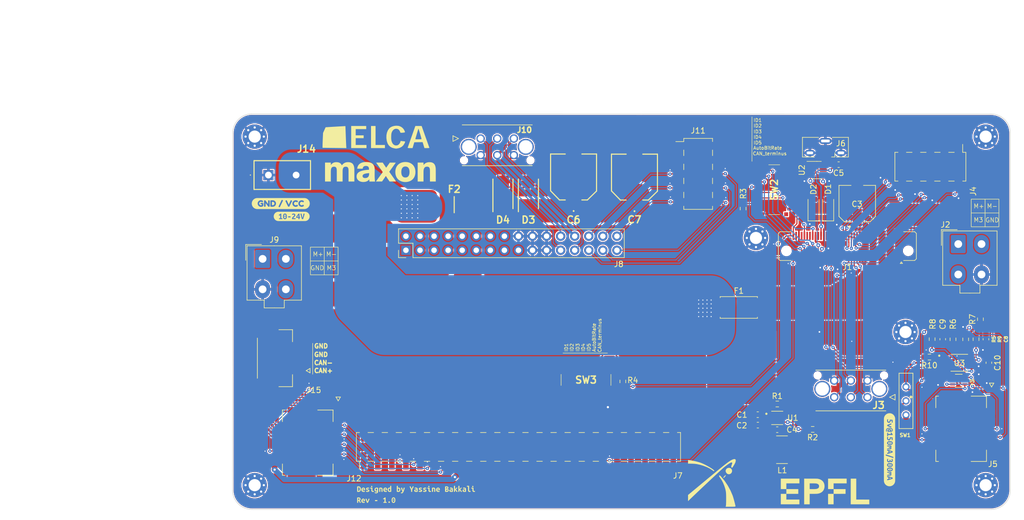
<source format=kicad_pcb>
(kicad_pcb (version 20211014) (generator pcbnew)
  (title_block (comment 4 "AISLER Project ID: GOMDAPAL"))
  (layers (0 "F.Cu" signal "Front") (1 "In1.Cu" signal) (2 "In2.Cu" signal) (31 "B.Cu" signal "Back") (34 "B.Paste" user) (35 "F.Paste" user) (36 "B.SilkS" user "B.Silkscreen") (37 "F.SilkS" user "F.Silkscreen") (38 "B.Mask" user) (39 "F.Mask" user) (44 "Edge.Cuts" user))
  (net 0 "")
  (net 1 "GND")
  (net 2 "VCC")
  (net 3 "Net-(C2-Pad1)")
  (net 4 "/Gripper controller/VDD")
  (net 5 "/Gripper controller/VBus")
  (net 6 "/Gripper controller/Motor+")
  (net 7 "/Gripper controller/Motor-")
  (net 8 "/Gripper controller/Motor3")
  (net 9 "Net-(C3-Pad1)")
  (net 10 "/Gripper controller/Hall Sensor 1")
  (net 11 "/Gripper controller/Channel_A_+")
  (net 12 "/Gripper controller/Hall Sensor 2")
  (net 13 "/Gripper controller/Channel_A_-")
  (net 14 "/Gripper controller/Hall Sensor 3")
  (net 15 "/Gripper controller/Channel_B_+")
  (net 16 "/Gripper controller/Vsensor")
  (net 17 "/Gripper controller/Channel_B_-")
  (net 19 "/Gripper controller/Channel_I_+")
  (net 21 "/Gripper controller/Channel_I_-")
  (net 23 "/Gripper controller/AnIN1+")
  (net 25 "/Gripper controller/AnIN1-")
  (net 27 "/Gripper controller/AnIN2+")
  (net 29 "/Gripper controller/AnIN2-")
  (net 30 "/Gripper controller/Data{slash}HsDigIN4")
  (net 31 "/Gripper controller/AnOUT1")
  (net 32 "/Gripper controller/Clock{slash}HsDigOUT1")
  (net 34 "/Gripper controller/USB_D-")
  (net 35 "/Gripper controller/USB_D+")
  (net 37 "/Gripper controller/ID 1")
  (net 38 "/Gripper controller/ID 5")
  (net 39 "/Gripper controller/ID 2")
  (net 40 "/Gripper controller/ID 6")
  (net 43 "/Gripper controller/ID 3")
  (net 44 "/Gripper controller/Auto bit rate")
  (net 45 "/Gripper controller/ID 4")
  (net 47 "/Gripper controller/DSP_RxD")
  (net 48 "/Gripper controller/DSP_TxD")
  (net 58 "/Steering_controller/HsDigIN1+")
  (net 59 "/Steering_controller/HsDigIN1-")
  (net 60 "/Steering_controller/HsDigIN2+")
  (net 61 "/Steering_controller/HsDigIN2-")
  (net 62 "/Steering_controller/HsDigIN3+")
  (net 63 "/Steering_controller/HsDigIN3-")
  (net 64 "/Steering_controller/HsDigIN4+")
  (net 65 "/Steering_controller/HsDigIN4-")
  (net 66 "VDDA")
  (net 79 "/Steering_controller/ID1")
  (net 80 "/Steering_controller/ID2")
  (net 81 "/Steering_controller/ID3")
  (net 82 "/Steering_controller/ID4")
  (net 83 "/Steering_controller/ID5")
  (net 84 "/Steering_controller/AutoBitRate")
  (net 91 "/Steering_controller/ChannelA-")
  (net 92 "/Steering_controller/ChannelA+")
  (net 93 "/Steering_controller/ChannelB-")
  (net 94 "/Steering_controller/ChannelB+")
  (net 95 "/Steering_controller/ChannelI-")
  (net 96 "/Steering_controller/ChannelI+")
  (net 97 "Net-(R3-Pad2)")
  (net 98 "/Steering_controller/M+")
  (net 99 "/Steering_controller/M-")
  (net 100 "/Steering_controller/M3")
  (net 101 "/Steering_controller/Hs1")
  (net 102 "/Steering_controller/Hs2")
  (net 103 "/Steering_controller/Hs3")
  (net 104 "VS")
  (net 115 "/Gripper controller/IN_Clock{slash}HsDigOUT1_+")
  (net 116 "/Gripper controller/IN_Clock{slash}HsDigOUT1_-")
  (net 117 "/Gripper controller/IN_Data_+")
  (net 118 "/Gripper controller/IN_Data_-")
  (net 119 "/Gripper controller/Vaux")
  (net 120 "Net-(L1-Pad1)")
  (net 124 "Vl")
  (net 125 "Net-(R4-Pad1)")
  (net 126 "CAN-")
  (net 127 "CAN+")
  (net 128 "Net-(C8-Pad1)")
  (net 129 "Net-(C9-Pad1)")
  (net 130 "Net-(R10-Pad1)")
  (net 131 "Net-(R1-Pad2)")
  (footprint "Capacitor_SMD:C_0603_1608Metric_Pad1.08x0.95mm_HandSolder" (layer "F.Cu") (at 168.34 126.06)
    (fp_text reference "C1")
    (fp_text value "1uF")
  )
  (footprint "kibuzzard-63793AFA" (layer "F.Cu") (at 84.18 90.22)
    (fp_text reference "kibuzzard-63793AFA" hide)
    (fp_text value "G***" hide)
  )
  (footprint "Capacitor_SMD:C_0603_1608Metric_Pad1.08x0.95mm_HandSolder" (layer "F.Cu") (at 210.08 116.67 -90)
    (fp_text reference "C10")
    (fp_text value "0.1uF")
  )
  (footprint "nav_fp:CVS08TB" (layer "F.Cu") (at 171.32 85.39 -90)
    (fp_text reference "SW2")
    (fp_text value "219-8LPS" hide)
  )
  (footprint "lib:CVS08TB" (layer "F.Cu") (at 137.330001 119.7775)
    (fp_text reference "SW3")
    (fp_text value "219-8LPS" hide)
  )
  (footprint "Diode_SMD:D_SOD-123" (layer "F.Cu") (at 178.42 88.79 90)
    (fp_text reference "D2")
    (fp_text value "SMF30A")
  )
  (footprint "Connector_PinHeader_2.54mm:PinHeader_2x05_P2.54mm_Vertical_SMD" (layer "F.Cu") (at 157.58 82.54)
    (fp_text reference "J11")
    (fp_text value "Encoder (X5)")
  )
  (footprint "nav_fp:SON50P200X200X80-8N" (layer "F.Cu") (at 171.855 126.65)
    (fp_text reference "U1")
    (fp_text value "MAX15462BATA+T")
  )
  (footprint "Connector_Samtec:Samtec_LSHM-140-xx.x-x-DV-N_2x40_P0.50mm_Vertical" (layer "F.Cu") (at 184.52 95.591079 180)
    (fp_text reference "J1")
    (fp_text value "LSHM-140-02.5-L-DV-A-N-K-TR")
  )
  (footprint "lib:16SVPT560M" (layer "F.Cu") (at 135.08 83.1 90)
    (fp_text reference "C6")
    (fp_text value "82uF" hide)
  )
  (footprint "Resistor_SMD:R_0603_1608Metric_Pad0.98x0.95mm_HandSolder" (layer "F.Cu") (at 143.98 120.05 -90)
    (fp_text reference "R4")
    (fp_text value "120R")
  )
  (footprint "Resistor_SMD:R_0603_1608Metric_Pad0.98x0.95mm_HandSolder" (layer "F.Cu") (at 203.6 112.44 -90)
    (fp_text reference "R6")
    (fp_text value "150R")
  )
  (footprint "lib:ELCA" (layer "F.Cu") (at 99.327454 75.72434)
    (fp_text reference "G***" hide)
    (fp_text value "LOGO" hide)
  )
  (footprint "lib:DIOM5336X265N" (layer "F.Cu") (at 126.93 86.15 90)
    (fp_text reference "D3")
    (fp_text value "SMBJ54A" hide)
  )
  (footprint "Connector_PinHeader_2.54mm:PinHeader_2x05_P2.54mm_Vertical_SMD" (layer "F.Cu") (at 199.51 81.24 -90)
    (fp_text reference "J4")
    (fp_text value "Encoder (X5)")
  )
  (footprint "MountingHole:MountingHole_2.2mm_M2_Pad_Via" (layer "F.Cu") (at 195.02 111.118079 -90)
    (fp_text reference "H2" hide)
    (fp_text value "MountingHole_Pad")
  )
  (footprint "MountingHole:MountingHole_2.2mm_M2_Pad_Via" (layer "F.Cu") (at 77.5 75.8)
    (fp_text reference "H3" hide)
    (fp_text value "MountingHole_Pad")
  )
  (footprint "nav_fp:MOLEX_5031541090" (layer "F.Cu") (at 205.07 128.60925 90)
    (fp_text reference "J5")
    (fp_text value "Sensor (X6)")
  )
  (footprint "Package_TO_SOT_SMD:SOT-23-6" (layer "F.Cu") (at 179.02 81.84)
    (fp_text reference "U2")
    (fp_text value "SRV05-4")
  )
  (footprint "Connector_USB:USB_Micro-B_Molex-105133-0001" (layer "F.Cu") (at 180.56 77.66 180)
    (fp_text reference "J6")
    (fp_text value "Micro_USB (X13)")
  )
  (footprint "Resistor_SMD:R_0603_1608Metric_Pad0.98x0.95mm_HandSolder" (layer "F.Cu") (at 208.55 108.81 90)
    (fp_text reference "R7")
    (fp_text value "20k")
  )
  (footprint "Resistor_SMD:R_0603_1608Metric_Pad0.98x0.95mm_HandSolder" (layer "F.Cu") (at 205.89 112.4425 -90)
    (fp_text reference "R5")
    (fp_text value "150R")
  )
  (footprint "MountingHole:MountingHole_2.2mm_M2_Pad_Via" (layer "F.Cu") (at 77.5 138.8)
    (fp_text reference "H4" hide)
    (fp_text value "MountingHole_Pad")
  )
  (footprint "Diode_SMD:D_SOD-123" (layer "F.Cu") (at 181.06 88.79 90)
    (fp_text reference "D1")
    (fp_text value "SMF30A")
  )
  (footprint "kibuzzard-6373BFF3" (layer "F.Cu") (at 106.65 140.46)
    (fp_text reference "kibuzzard-6373BFF3" hide)
    (fp_text value "G***" hide)
  )
  (footprint "Capacitor_SMD:C_0603_1608Metric_Pad1.08x0.95mm_HandSolder" (layer "F.Cu") (at 201.75 112.42 90)
    (fp_text reference "C9")
    (fp_text value "220pF")
  )
  (footprint "lib:SOP50P490X110-10N" (layer "F.Cu") (at 204.74 116.68)
    (fp_text reference "U3")
    (fp_text value "MAX1486CUB+")
  )
  (footprint "Fuse:Fuseholder_Littelfuse_Nano2_157x" (layer "F.Cu") (at 164.92 106.68)
    (fp_text reference "F1")
    (fp_text value "0157010")
  )
  (footprint "Resistor_SMD:R_0603_1608Metric_Pad0.98x0.95mm_HandSolder" (layer "F.Cu") (at 171.8725 124.13)
    (fp_text reference "R1")
    (fp_text value "0R")
  )
  (footprint "MountingHole:MountingHole_2.2mm_M2_Pad_Via" (layer "F.Cu") (at 209.5 75.8)
    (fp_text reference "H6" hide)
    (fp_text value "MountingHole_Pad")
  )
  (footprint "Resistor_SMD:R_0603_1608Metric_Pad0.98x0.95mm_HandSolder" (layer "F.Cu") (at 165.7 88.81 90)
    (fp_text reference "R3")
    (fp_text value "120R")
  )
  (footprint "lib:FUSC10131X312N" (layer "F.Cu") (at 113.53 88.1)
    (fp_text reference "F2")
    (fp_text value "0456 020" hide)
  )
  (footprint "Resistor_SMD:R_0603_1608Metric_Pad0.98x0.95mm_HandSolder" (layer "F.Cu") (at 199.34 115.65 180)
    (fp_text reference "R10")
    (fp_text value "1k")
  )
  (footprint "lib:DIOM5336X265N" (layer "F.Cu") (at 122.33 86.15 90)
    (fp_text reference "D4")
    (fp_text value "SMBJ54A" hide)
  )
  (footprint "nav_fp:43045-06_24,25,26_" (layer "F.Cu") (at 188.15 122.9)
    (fp_text reference "J3")
    (fp_text value "Hall Sensor (X4) " hide)
  )
  (footprint "lib:Xplore" (layer "F.Cu") (at 165.73 138.36)
    (fp_text reference "G***" hide)
    (fp_text value "LOGO" hide)
  )
  (footprint "nav_fp:IND_LQH5BPH470MT0L" (layer "F.Cu") (at 172.72 132.39 180)
    (fp_text reference "L1")
    (fp_text value "47uH")
  )
  (footprint "Connector_Molex:Molex_Mini-Fit_Jr_5566-04A_2x02_P4.20mm_Vertical" (layer "F.Cu") (at 204.55 95.22)
    (fp_text reference "J2")
    (fp_text value "Motor (X3)")
  )
  (footprint "Capacitor_SMD:C_0603_1608Metric_Pad1.08x0.95mm_HandSolder" (layer "F.Cu") (at 182.95 80.87)
    (fp_text reference "C5")
    (fp_text value "0.1uF")
  )
  (footprint "Capacitor_SMD:C_0603_1608Metric_Pad1.08x0.95mm_HandSolder" (layer "F.Cu") (at 171.86 128.77)
    (fp_text reference "C4")
    (fp_text value "10uF")
  )
  (footprint "nav_fp:XT30UM" (layer "F.Cu") (at 79.98 82.75)
    (fp_text reference "J14")
    (fp_text value "Power_supply (X1)" hide)
  )
  (footprint "Capacitor_SMD:C_0603_1608Metric_Pad1.08x0.95mm_HandSolder" (layer "F.Cu") (at 209.55 112.4225 90)
    (fp_text reference "C8")
    (fp_text value "220pF")
  )
  (footprint "Capacitor_SMD:C_0603_1608Metric_Pad1.08x0.95mm_HandSolder" (layer "F.Cu") (at 168.36 127.95 180)
    (fp_text reference "C2")
    (fp_text value "1uF")
  )
  (footprint "Resistor_SMD:R_0603_1608Metric_Pad0.98x0.95mm_HandSolder" (layer "F.Cu") (at 207.76 112.4225 -90)
    (fp_text reference "R9")
    (fp_text value "22k")
  )
  (footprint "lib:MAXON" (layer "F.Cu") (at 100.2 82.2)
    (fp_text reference "G***" hide)
    (fp_text value "LOGO" hide)
  )
  (footprint "lib:16SVPT560M" (layer "F.Cu") (at 146.08 83.12 90)
    (fp_text reference "C7")
    (fp_text value "82uF" hide)
  )
  (footprint "MountingHole:MountingHole_2.2mm_M2_Pad_Via" (layer "F.Cu") (at 209.5 138.8)
    (fp_text reference "H5" hide)
    (fp_text value "MountingHole_Pad")
  )
  (footprint "lib:43045-06_24,25,26_" (layer "F.Cu") (at 118.3 76.15 180)
    (fp_text reference "J10")
    (fp_text value "Hall Sensor (X4) " hide)
  )
  (footprint "nav_fp:CAP_EEHZA1V680XP" (layer "F.Cu") (at 186.31 87.92 90)
    (fp_text reference "C3")
    (fp_text value "EEH-ZA1V680XP")
  )
  (footprint "Connector_Molex:Molex_Mini-Fit_Jr_5566-04A_2x02_P4.20mm_Vertical" (layer "F.Cu") (at 78.93 97.9)
    (fp_text reference "J9")
    (fp_text value "Motor (X3)")
  )
  (footprint "Resistor_SMD:R_0603_1608Metric_Pad0.98x0.95mm_HandSolder" (layer "F.Cu") (at 199.83 112.41 -90)
    (fp_text reference "R8")
    (fp_text value "20k")
  )
  (footprint "MountingHole:MountingHole_2.2mm_M2_Pad_Via" (layer "F.Cu") (at 168.02 94.118079 -90)
    (fp_text reference "H1" hide)
    (fp_text value "MountingHole_Pad")
  )
  (footprint "kibuzzard-63793C98" (layer "F.Cu") (at 192.14 132.4 -90)
    (fp_text reference "kibuzzard-63793C98" hide)
    (fp_text value "G***" hide)
  )
  (footprint "lib:MOLEX_5031541090" (layer "F.Cu") (at 87.08 131.11925 90)
    (fp_text reference "J12")
    (fp_text value "Sensor (X6)")
  )
  (footprint "Resistor_SMD:R_0603_1608Metric_Pad0.98x0.95mm_HandSolder" (layer "F.Cu") (at 178.26 128.72)
    (fp_text reference "R2")
    (fp_text value "0R")
  )
  (footprint "Connector_PinHeader_2.54mm:PinHeader_2x16_P2.54mm_Vertical" (layer "F.Cu") (at 104.810003 96.339997 90)
    (fp_text reference "J8")
    (fp_text value "Conn_02x16_Counter_Clockwise")
  )
  (footprint "nav_fp:MOLEX_5025840460" (layer "F.Cu") (at 81.68 115.85 90)
    (fp_text reference "J15")
    (fp_text value "CAN 1 (X11)")
  )
  (footprint "nav_fp:450301014042" (layer "F.Cu") (at 195.11 123.57 -90)
    (fp_text reference "SW1")
    (fp_text value "450301014042-ND")
  )
  (footprint "kibuzzard-63793AA0" (layer "F.Cu") (at 82.21 87.9)
    (fp_text reference "kibuzzard-63793AA0" hide)
    (fp_text value "G***" hide)
  )
  (footprint "Connector_PinHeader_2.54mm:PinHeader_2x23_P2.54mm_Vertical_SMD" (layer "F.Cu") (at 125.130003 131.884997 90)
    (fp_text reference "J7")
    (fp_text value "Conn_02x23_Counter_Clockwise")
  )
  (footprint "nav_fp:EPFL" (layer "F.Cu") (at 180.49 139.94)
    (fp_text reference "G***" hide)
    (fp_text value "LOGO" hide)
  )
  (footprint "lib:TVS_TPD4E1B06DCKR" (layer "F.Cu") (at 204.6375 119.93 180)
    (fp_text reference "D5")
    (fp_text value "TPD4E1B06DCKR")
  )
  (gr_line (start 167.3 72.24) (end 167.3 80.26) (layer "F.SilkS") (width 0.1))
  (gr_line (start 87.56 98.28) (end 92.56 98.28) (layer "F.SilkS") (width 0.1))
  (gr_rect (start 206.89 87.1) (end 211.89 92.1) (layer "F.SilkS") (width 0.1) (fill none))
  (gr_line (start 133.18 114.93) (end 141.2 114.93) (layer "F.SilkS") (width 0.1))
  (gr_rect (start 87.56 95.78) (end 92.56 100.78) (layer "F.SilkS") (width 0.1) (fill none))
  (gr_line (start 209.39 92.12) (end 209.39 87.1) (layer "F.SilkS") (width 0.1))
  (gr_line (start 87.97 118.75) (end 87.97 113.16) (layer "F.SilkS") (width 0.1))
  (gr_line (start 206.89 89.6) (end 211.89 89.6) (layer "F.SilkS") (width 0.1))
  (gr_line (start 90.06 100.8) (end 90.06 95.78) (layer "F.SilkS") (width 0.1))
  (gr_arc (start 213.95 139.69) (mid 212.976815 142.122338) (end 210.58 143.18) (layer "Edge.Cuts") (width 0.1))
  (gr_line (start 210.58 143.18) (end 77 143.18) (layer "Edge.Cuts") (width 0.1))
  (gr_line (start 213.95 75.08) (end 213.95 139.69) (layer "Edge.Cuts") (width 0.1))
  (gr_line (start 73.51 139.81) (end 73.53 75.18) (layer "Edge.Cuts") (width 0.1))
  (gr_arc (start 210.46 71.71) (mid 212.892372 72.683179) (end 213.95 75.08) (layer "Edge.Cuts") (width 0.1))
  (gr_line (start 76.9 71.69) (end 210.46 71.71) (layer "Edge.Cuts") (width 0.1))
  (gr_arc (start 73.53 75.18) (mid 74.503196 72.74767) (end 76.9 71.69) (layer "Edge.Cuts") (width 0.1))
  (gr_arc (start 77 143.18) (mid 74.567662 142.206815) (end 73.51 139.81) (layer "Edge.Cuts") (width 0.1))
  (gr_text "AutoBitRate" (at 138.79 112.1 90) (layer "F.SilkS") (effects (font (size 0.6 0.6) (thickness 0.1))))
  (gr_text "ID4" (at 136.84 113.91 90) (layer "F.SilkS") (effects (font (size 0.6 0.6) (thickness 0.1))))
  (gr_text "GND" (at 89.48 115.2) (layer "F.SilkS") (effects (font (size 0.8 0.8) (thickness 0.2))))
  (gr_text "ID3" (at 168.32 74.9) (layer "F.SilkS") (effects (font (size 0.6 0.6) (thickness 0.1))))
  (gr_text "M-\n" (at 91.36 97.05) (layer "F.SilkS") (effects (font (size 0.8 0.8) (thickness 0.1))))
  (gr_text "CAN_terminus" (at 170.51 78.87) (layer "F.SilkS") (effects (font (size 0.6 0.6) (thickness 0.1))))
  (gr_text "CAN-\n" (at 89.91 116.68) (layer "F.SilkS") (effects (font (size 0.8 0.8) (thickness 0.2))))
  (gr_text "GND\n" (at 210.68 90.89) (layer "F.SilkS") (effects (font (size 0.8 0.8) (thickness 0.1))))
  (gr_text "ID3" (at 135.84 113.91 90) (layer "F.SilkS") (effects (font (size 0.6 0.6) (thickness 0.1))))
  (gr_text "M3" (at 208.19 90.86) (layer "F.SilkS") (effects (font (size 0.8 0.8) (thickness 0.1))))
  (gr_text "ID1" (at 168.32 72.84) (layer "F.SilkS") (effects (font (size 0.6 0.6) (thickness 0.1))))
  (gr_text "AutoBitRate" (at 170.13 77.85) (layer "F.SilkS") (effects (font (size 0.6 0.6) (thickness 0.1))))
  (gr_text "CAN+\n" (at 89.92 118.11) (layer "F.SilkS") (effects (font (size 0.8 0.8) (thickness 0.2))))
  (gr_text "ID4" (at 168.32 75.9) (layer "F.SilkS") (effects (font (size 0.6 0.6) (thickness 0.1))))
  (gr_text "ID5" (at 168.32 76.91) (layer "F.SilkS") (effects (font (size 0.6 0.6) (thickness 0.1))))
  (gr_text "ID2" (at 168.32 73.84) (layer "F.SilkS") (effects (font (size 0.6 0.6) (thickness 0.1))))
  (gr_text "GND\n" (at 88.81 99.54) (layer "F.SilkS") (effects (font (size 0.8 0.8) (thickness 0.1))))
  (gr_text "M+" (at 208.28 88.37) (layer "F.SilkS") (effects (font (size 0.8 0.8) (thickness 0.1))))
  (gr_text "GND" (at 89.49 113.66) (layer "F.SilkS") (effects (font (size 0.8 0.8) (thickness 0.2))))
  (gr_text "ID5" (at 137.85 113.91 90) (layer "F.SilkS") (effects (font (size 0.6 0.6) (thickness 0.1))))
  (gr_text "M+" (at 88.95 97.05) (layer "F.SilkS") (effects (font (size 0.8 0.8) (thickness 0.1))))
  (gr_text "ID1" (at 133.78 113.91 90) (layer "F.SilkS") (effects (font (size 0.6 0.6) (thickness 0.1))))
  (gr_text "M-\n" (at 210.69 88.37) (layer "F.SilkS") (effects (font (size 0.8 0.8) (thickness 0.1))))
  (gr_text "ID2" (at 134.78 113.91 90) (layer "F.SilkS") (effects (font (size 0.6 0.6) (thickness 0.1))))
  (gr_text "M3" (at 91.35 99.54) (layer "F.SilkS") (effects (font (size 0.8 0.8) (thickness 0.1))))
  (gr_text "CAN_terminus" (at 139.81 111.72 90) (layer "F.SilkS") (effects (font (size 0.6 0.6) (thickness 0.1))))
  (via (at 87.31 120.396) (size 0.6) (drill 0.2) (layers "F.Cu" "B.Cu") (net 1))
  (via (at 182.76 99.79) (size 0.7) (drill 0.3) (layers "F.Cu" "B.Cu") (net 1))
  (via (at 208.25 118.76) (size 0.7) (drill 0.3) (layers "F.Cu" "B.Cu") (net 1))
  (via (at 181.1 96.01) (size 0.7) (drill 0.3) (layers "F.Cu" "B.Cu") (net 1))
  (via (at 162.47 81.56) (size 0.6) (drill 0.2) (layers "F.Cu" "B.Cu") (net 1))
  (via (at 198.76 114.36) (size 0.6) (drill 0.2) (layers "F.Cu" "B.Cu") (net 1))
  (via (at 193.16 85.45) (size 0.7) (drill 0.3) (layers "F.Cu" "B.Cu") (net 1))
  (via (at 190.51 83.23) (size 0.7) (drill 0.3) (layers "F.Cu" "B.Cu") (net 1))
  (via (at 198 121.1) (size 0.6) (drill 0.2) (layers "F.Cu" "B.Cu") (net 1))
  (via (at 185.32 112.8) (size 0.6) (drill 0.2) (layers "F.Cu" "B.Cu") (net 1))
  (via (at 93.65 130.46) (size 0.6) (drill 0.2) (layers "F.Cu" "B.Cu") (net 1))
  (via (at 192.75 116.57) (size 0.6) (drill 0.2) (layers "F.Cu" "B.Cu") (net 1))
  (via (at 141.28 124.7) (size 1) (drill 0.4) (layers "F.Cu" "B.Cu") (net 1))
  (via (at 93.7 128.77) (size 0.6) (drill 0.2) (layers "F.Cu" "B.Cu") (net 1))
  (via (at 179.48 111.1) (size 0.7) (drill 0.3) (layers "F.Cu" "B.Cu") (net 1))
  (via (at 212.41 128.6) (size 0.6) (drill 0.2) (layers "F.Cu" "B.Cu") (net 1))
  (via (at 177.73 91.61) (size 0.7) (drill 0.3) (layers "F.Cu" "B.Cu") (net 1))
  (via (at 93.63 132.3) (size 0.6) (drill 0.2) (layers "F.Cu" "B.Cu") (net 1))
  (via (at 111.05 135.45) (size 0.6) (drill 0.2) (layers "F.Cu" "B.Cu") (net 1))
  (via (at 179.62 99.48) (size 0.7) (drill 0.3) (layers "F.Cu" "B.Cu") (net 1))
  (via (at 162.52 84.17) (size 0.6) (drill 0.2) (layers "F.Cu" "B.Cu") (net 1))
  (via (at 209.69 120.35) (size 0.7) (drill 0.3) (layers "F.Cu" "B.Cu") (net 1))
  (via (at 152.49 84.21) (size 0.6) (drill 0.2) (layers "F.Cu" "B.Cu") (net 1))
  (via (at 106.21 134.02) (size 0.6) (drill 0.2) (layers "F.Cu" "B.Cu") (net 1))
  (via (at 200.9 120.68) (size 0.7) (drill 0.3) (layers "F.Cu" "B.Cu") (net 1))
  (via (at 207.11 121.98) (size 0.7) (drill 0.3) (layers "F.Cu" "B.Cu") (net 1))
  (via (at 209 114.36) (size 0.7) (drill 0.3) (layers "F.Cu" "B.Cu") (net 1))
  (via (at 197.99 129.53) (size 0.6) (drill 0.2) (layers "F.Cu" "B.Cu") (net 1))
  (via (at 199.85 87.31) (size 0.7) (drill 0.3) (layers "F.Cu" "B.Cu") (net 1))
  (via (at 176.77 83.85) (size 0.7) (drill 0.3) (layers "F.Cu" "B.Cu") (net 1))
  (via (at 181.24 83.84) (size 0.7) (drill 0.3) (layers "F.Cu" "B.Cu") (net 1))
  (via (at 93.61 134.15) (size 0.6) (drill 0.2) (layers "F.Cu" "B.Cu") (net 1))
  (via (at 173.84 98.74) (size 0.6) (drill 0.2) (layers "F.Cu" "B.Cu") (net 1))
  (via (at 152.51 81.79) (size 0.6) (drill 0.2) (layers "F.Cu" "B.Cu") (net 1))
  (via (at 152.58 86.71) (size 0.6) (drill 0.2) (layers "F.Cu" "B.Cu") (net 1))
  (via (at 79.37 132.66) (size 0.6) (drill 0.2) (layers "F.Cu" "B.Cu") (net 1))
  (via (at 204.6 86.94) (size 0.7) (drill 0.3) (layers "F.Cu" "B.Cu") (net 1))
  (via (at 171.2 95.22) (size 0.6) (drill 0.2) (layers "F.Cu" "B.Cu") (net 1))
  (via (at 204.33 115.45) (size 0.6) (drill 0.2) (layers "F.Cu" "B.Cu") (net 1))
  (via (at 182.61 91.72) (size 0.7) (drill 0.3) (layers "F.Cu" "B.Cu") (net 1))
  (via (at 162.57 86.82) (size 0.6) (drill 0.2) (layers "F.Cu" "B.Cu") (net 1))
  (via (at 141.57 133.52) (size 0.6) (drill 0.2) (layers "F.Cu" "B.Cu") (net 1))
  (via (at 108.68 134.59) (size 0.6) (drill 0.2) (layers "F.Cu" "B.Cu") (net 1))
  (via (at 208.23 117.31) (size 0.7) (drill 0.3) (layers "F.Cu" "B.Cu") (net 1))
  (via (at 185.23 100.45) (size 0.6) (drill 0.2) (layers "F.Cu" "B.Cu") (net 1))
  (via (at 205.42 110.2) (size 0.7) (drill 0.3) (layers "F.Cu" "B.Cu") (net 1))
  (via (at 196.74 86.19) (size 0.7) (drill 0.3) (layers "F.Cu" "B.Cu") (net 1))
  (via (at 103.73 133.33) (size 0.6) (drill 0.2) (layers "F.Cu" "B.Cu") (net 1))
  (segment (start 170.74452 126.06548) (end 169.20798 126.06548) (width 1) (layer "F.Cu") (net 2))
  (segment (start 169.20798 126.06548) (end 169.2025 126.06) (width 1) (layer "F.Cu") (net 2))
  (segment (start 170.91 125.9) (end 170.74452 126.06548) (width 1) (layer "F.Cu") (net 2))
  (via (at 104.98 88.08) (size 0.6) (drill 0.2) (layers "F.Cu" "B.Cu") (net 2))
  (via (at 159.93 106.04) (size 0.6) (drill 0.2) (layers "F.Cu" "B.Cu") (net 2))
  (via (at 158.43 106.05) (size 0.6) (drill 0.2) (layers "F.Cu" "B.Cu") (net 2))
  (via (at 159.18 106.04) (size 0.6) (drill 0.2) (layers "F.Cu" "B.Cu") (net 2))
  (via (at 103.98 87.26) (size 0.6) (drill 0.2) (layers "F.Cu" "B.Cu") (net 2))
  (via (at 103.98 89.66) (size 0.6) (drill 0.2) (layers "F.Cu" "B.Cu") (net 2))
  (via (at 159.18 108.32) (size 0.6) (drill 0.2) (layers "F.Cu" "B.Cu") (net 2))
  (via (at 105.94 88.08) (size 0.6) (drill 0.2) (layers "F.Cu" "B.Cu") (net 2))
  (via (at 158.43 107.56) (size 0.6) (drill 0.2) (layers "F.Cu" "B.Cu") (net 2))
  (via (at 104.98 89.66) (size 0.6) (drill 0.2) (layers "F.Cu" "B.Cu") (net 2))
  (via (at 159.18 105.34) (size 0.6) (drill 0.2) (layers "F.Cu" "B.Cu") (net 2))
  (via (at 159.93 107.55) (size 0.6) (drill 0.2) (layers "F.Cu" "B.Cu") (net 2))
  (via (at 104.98 87.26) (size 0.6) (drill 0.2) (layers "F.Cu" "B.Cu") (net 2))
  (via (at 158.43 105.35) (size 0.6) (drill 0.2) (layers "F.Cu" "B.Cu") (net 2))
  (via (at 106.94 90.48) (size 0.6) (drill 0.2) (layers "F.Cu" "B.Cu") (net 2))
  (via (at 105.94 86.46) (size 0.6) (drill 0.2) (layers "F.Cu" "B.Cu") (net 2))
  (via (at 104.98 86.46) (size 0.6) (drill 0.2) (layers "F.Cu" "B.Cu") (net 2))
  (via (at 157.67 107.56) (size 0.6) (drill 0.2) (layers "F.Cu" "B.Cu") (net 2))
  (via (at 157.67 106.05) (size 0.6) (drill 0.2) (layers "F.Cu" "B.Cu") (net 2))
  (via (at 157.67 106.82) (size 0.6) (drill 0.2) (layers "F.Cu" "B.Cu") (net 2))
  (via (at 105.94 87.26) (size 0.6) (drill 0.2) (layers "F.Cu" "B.Cu") (net 2))
  (via (at 106.94 89.66) (size 0.6) (drill 0.2) (layers "F.Cu" "B.Cu") (net 2))
  (via (at 105.94 90.48) (size 0.6) (drill 0.2) (layers "F.Cu" "B.Cu") (net 2))
  (via (at 106.94 88.86) (size 0.6) (drill 0.2) (layers "F.Cu" "B.Cu") (net 2))
  (via (at 159.93 108.32) (size 0.6) (drill 0.2) (layers "F.Cu" "B.Cu") (net 2))
  (via (at 106.94 88.08) (size 0.6) (drill 0.2) (layers "F.Cu" "B.Cu") (net 2))
  (via (at 105.94 89.66) (size 0.6) (drill 0.2) (layers "F.Cu" "B.Cu") (net 2))
  (via (at 103.98 86.46) (size 0.6) (drill 0.2) (layers "F.Cu" "B.Cu") (net 2))
  (via (at 159.18 106.81) (size 0.6) (drill 0.2) (layers "F.Cu" "B.Cu") (net 2))
  (via (at 106.94 86.46) (size 0.6) (drill 0.2) (layers "F.Cu" "B.Cu") (net 2))
  (via (at 158.43 108.33) (size 0.6) (drill 0.2) (layers "F.Cu" "B.Cu") (net 2))
  (via (at 105.94 88.86) (size 0.6) (drill 0.2) (layers "F.Cu" "B.Cu") (net 2))
  (via (at 157.67 108.33) (size 0.6) (drill 0.2) (layers "F.Cu" "B.Cu") (net 2))
  (via (at 159.93 105.34) (size 0.6) (drill 0.2) (layers "F.Cu" "B.Cu") (net 2))
  (via (at 103.98 90.48) (size 0.6) (drill 0.2) (layers "F.Cu" "B.Cu") (net 2))
  (via (at 104.98 90.48) (size 0.6) (drill 0.2) (layers "F.Cu" "B.Cu") (net 2))
  (via (at 157.67 105.35) (size 0.6) (drill 0.2) (layers "F.Cu" "B.Cu") (net 2))
  (via (at 103.98 88.86) (size 0.6) (drill 0.2) (layers "F.Cu" "B.Cu") (net 2))
  (via (at 104.98 88.86) (size 0.6) (drill 0.2) (layers "F.Cu" "B.Cu") (net 2))
  (via (at 159.18 107.55) (size 0.6) (drill 0.2) (layers "F.Cu" "B.Cu") (net 2))
  (via (at 103.98 88.08) (size 0.6) (drill 0.2) (layers "F.Cu" "B.Cu") (net 2))
  (via (at 106.94 87.26) (size 0.6) (drill 0.2) (layers "F.Cu" "B.Cu") (net 2))
  (via (at 158.43 106.82) (size 0.6) (drill 0.2) (layers "F.Cu" "B.Cu") (net 2))
  (via (at 159.93 106.81) (size 0.6) (drill 0.2) (layers "F.Cu" "B.Cu") (net 2))
  (segment (start 170.2725 126.9) (end 169.2225 127.95) (width 0.2) (layer "F.Cu") (net 3))
  (segment (start 170.91 126.9) (end 170.2725 126.9) (width 0.2) (layer "F.Cu") (net 3))
  (segment (start 170.895 127.74952) (end 170.91 127.73452) (width 1) (layer "F.Cu") (net 4))
  (segment (start 195.11 128.55) (end 195.11 126.11) (width 1) (layer "F.Cu") (net 4))
  (segment (start 170.94 133.56) (end 170.94 134.62) (width 1) (layer "F.Cu") (net 4))
  (segment (start 170.895 133.515) (end 170.94 133.56) (width 1) (layer "F.Cu") (net 4))
  (segment (start 172.39 136.07) (end 187.59 136.07) (width 1) (layer "F.Cu") (net 4))
  (segment (start 170.895 132.39) (end 170.895 127.74952) (width 1) (layer "F.Cu") (net 4))
  (segment (start 187.59 136.07) (end 195.11 128.55) (width 1) (layer "F.Cu") (net 4))
  (segment (start 170.895 132.39) (end 170.895 133.515) (width 1) (layer "F.Cu") (net 4))
  (segment (start 170.94 134.62) (end 172.39 136.07) (width 1) (layer "F.Cu") (net 4))
  (segment (start 181.41 81.88) (end 182.0875 81.2025) (width 0.25) (layer "F.Cu") (net 5))
  (segment (start 181.41 81.88) (end 180.1975 81.88) (width 0.25) (layer "F.Cu") (net 5))
  (segment (start 182.0875 80.87) (end 181.86 80.6425) (width 0.25) (layer "F.Cu") (net 5))
  (segment (start 179.77 93.741079) (end 179.77 92.05) (width 0.25) (layer "F.Cu") (net 5))
  (segment (start 182.0875 81.2025) (end 182.0875 80.87) (width 0.25) (layer "F.Cu") (net 5))
  (segment (start 181.86 80.6425) (end 181.86 78.485) (width 0.25) (layer "F.Cu") (net 5))
  (segment (start 180.1975 81.88) (end 180.1575 81.84) (width 0.25) (layer "F.Cu") (net 5))
  (segment (start 179.77 92.05) (end 179.78 92.04) (width 0.25) (layer "F.Cu") (net 5))
  (via (at 179.78 92.04) (size 0.7) (drill 0.3) (layers "F.Cu" "B.Cu") (net 5))
  (via (at 181.41 81.88) (size 0.7) (drill 0.3) (layers "F.Cu" "B.Cu") (net 5))
  (segment (start 179.78 84.79) (end 178.99 84) (width 0.25) (layer "B.Cu") (net 5))
  (segment (start 178.99 82.23) (end 179.34 81.88) (width 0.25) (layer "B.Cu") (net 5))
  (segment (start 178.99 84) (end 178.99 82.23) (width 0.25) (layer "B.Cu") (net 5))
  (segment (start 179.78 92.04) (end 179.78 84.79) (width 0.25) (layer "B.Cu") (net 5))
  (segment (start 179.34 81.88) (end 181.41 81.88) (width 0.25) (layer "B.Cu") (net 5))
  (segment (start 188.11 90.42) (end 189.27 91.58) (width 1) (layer "F.Cu") (net 9))
  (segment (start 181.08 90.42) (end 181.06 90.44) (width 1) (layer "F.Cu") (net 9))
  (segment (start 186.31 90.42) (end 181.08 90.42) (width 1) (layer "F.Cu") (net 9))
  (segment (start 186.31 90.42) (end 188.11 90.42) (width 1) (layer "F.Cu") (net 9))
  (segment (start 181.06 90.44) (end 178.42 90.44) (width 1) (layer "F.Cu") (net 9))
  (segment (start 189.27 91.58) (end 189.27 93.741079) (width 1) (layer "F.Cu") (net 9))
  (segment (start 186.85 99.22) (end 186.27 98.64) (width 0.2) (layer "F.Cu") (net 10))
  (segment (start 186.27 98.64) (end 186.27 97.441079) (width 0.2) (layer "F.Cu") (net 10))
  (via (at 186.85 99.22) (size 0.6) (drill 0.2) (layers "F.Cu" "B.Cu") (net 10))
  (segment (start 186.98 121.73) (end 188.15 122.9) (width 0.2) (layer "B.Cu") (net 10))
  (segment (start 186.98 99.35) (end 186.98 121.73) (width 0.2) (layer "B.Cu") (net 10))
  (segment (start 186.85 99.22) (end 186.98 99.35) (width 0.2) (layer "B.Cu") (net 10))
  (segment (start 186.27 93.741079) (end 186.27 94.86608) (width 0.2) (layer "F.Cu") (net 11))
  (segment (start 186.245 95.140054) (end 186.430405 95.325459) (width 0.2) (layer "F.Cu") (net 11))
  (segment (start 198.590521 86.239479) (end 199.51 85.32) (width 0.2) (layer "F.Cu") (net 11))
  (segment (start 199.51 85.32) (end 199.51 83.765) (width 0.2) (layer "F.Cu") (net 11))
  (segment (start 186.27 94.86608) (end 186.245 94.89108) (width 0.2) (layer "F.Cu") (net 11))
  (segment (start 197.849479 86.239479) (end 198.590521 86.239479) (width 0.2) (layer "F.Cu") (net 11))
  (segment (start 186.245 94.89108) (end 186.245 95.140054) (width 0.2) (layer "F.Cu") (net 11))
  (segment (start 186.430405 95.325459) (end 186.713248 95.325459) (width 0.2) (layer "F.Cu") (net 11))
  (via (at 186.713248 95.325459) (size 0.6) (drill 0.2) (layers "F.Cu" "B.Cu") (net 11))
  (via (at 197.849479 86.239479) (size 0.6) (drill 0.2) (layers "F.Cu" "B.Cu") (net 11))
  (segment (start 197.849479 86.522322) (end 197.849479 86.239479) (width 0.2) (layer "B.Cu") (net 11))
  (segment (start 186.864289 95.4765) (end 188.895301 95.4765) (width 0.2) (layer "B.Cu") (net 11))
  (segment (start 188.895301 95.4765) (end 197.849479 86.522322) (width 0.2) (layer "B.Cu") (net 11))
  (segment (start 186.713248 95.325459) (end 186.864289 95.4765) (width 0.2) (layer "B.Cu") (net 11))
  (segment (start 185.77 99.16) (end 185.77 97.441079) (width 0.2) (layer "F.Cu") (net 12))
  (segment (start 186.08 99.47) (end 185.77 99.16) (width 0.2) (layer "F.Cu") (net 12))
  (via (at 186.08 99.47) (size 0.6) (drill 0.2) (layers "F.Cu" "B.Cu") (net 12))
  (segment (start 186.34 121.71) (end 185.15 122.9) (width 0.2) (layer "B.Cu") (net 12))
  (segment (start 186.34 99.73) (end 186.34 121.71) (width 0.2) (layer "B.Cu") (net 12))
  (segment (start 186.08 99.47) (end 186.34 99.73) (width 0.2) (layer "B.Cu") (net 12))
  (segment (start 185.77 93.741079) (end 185.77 94.86608) (width 0.2) (layer "F.Cu") (net 13))
  (segment (start 200.7 79.905) (end 199.51 78.715) (width 0.2) (layer "F.Cu") (net 13))
  (segment (start 199.108501 86.840521) (end 200.7 85.249022) (width 0.2) (layer "F.Cu") (net 13))
  (segment (start 185.77 94.86608) (end 185.795 94.89108) (width 0.2) (layer "F.Cu") (net 13))
  (segment (start 185.795 94.89108) (end 185.795 95.326452) (width 0.2) (layer "F.Cu") (net 13))
  (segment (start 186.112206 95.643658) (end 186.112206 95.926501) (width 0.2) (layer "F.Cu") (net 13))
  (segment (start 198.450521 86.840521) (end 199.108501 86.840521) (width 0.2) (layer "F.Cu") (net 13))
  (segment (start 200.7 85.249022) (end 200.7 79.905) (width 0.2) (layer "F.Cu") (net 13))
  (segment (start 185.795 95.326452) (end 186.112206 95.643658) (width 0.2) (layer "F.Cu") (net 13))
  (via (at 186.112206 95.926501) (size 0.6) (drill 0.2) (layers "F.Cu" "B.Cu") (net 13))
  (via (at 198.450521 86.840521) (size 0.6) (drill 0.2) (layers "F.Cu" "B.Cu") (net 13))
  (segment (start 186.112206 95.926501) (end 189.081698 95.926501) (width 0.2) (layer "B.Cu") (net 13))
  (segment (start 189.081698 95.926501) (end 198.167678 86.840521) (width 0.2) (layer "B.Cu") (net 13))
  (segment (start 198.167678 86.840521) (end 198.450521 86.840521) (width 0.2) (layer "B.Cu") (net 13))
  (segment (start 183.97 100.74) (end 183.88 100.83) (width 0.2) (layer "F.Cu") (net 14))
  (segment (start 185.27 97.441079) (end 185.27 99.44) (width 0.2) (layer "F.Cu") (net 14))
  (segment (start 183.88 100.83) (end 183.85 100.86) (width 0.2) (layer "F.Cu") (net 14))
  (segment (start 183.85 100.86) (end 182.67 100.86) (width 0.2) (layer "F.Cu") (net 14))
  (segment (start 185.27 99.44) (end 183.97 100.74) (width 0.2) (layer "F.Cu") (net 14))
  (via (at 182.67 100.86) (size 0.6) (drill 0.2) (layers "F.Cu" "B.Cu") (net 14))
  (segment (start 182.66 118.911624) (end 183.209511 119.461135) (width 0.2) (layer "B.Cu") (net 14))
  (segment (start 183.209511 121.840489) (end 182.15 122.9) (width 0.2) (layer "B.Cu") (net 14))
  (segment (start 182.66 100.87) (end 182.66 118.911624) (width 0.2) (layer "B.Cu") (net 14))
  (segment (start 183.209511 119.461135) (end 183.209511 121.840489) (width 0.2) (layer "B.Cu") (net 14))
  (segment (start 182.67 100.86) (end 182.66 100.87) (width 0.2) (layer "B.Cu") (net 14))
  (segment (start 185.245 94.89108) (end 185.27 94.86608) (width 0.2) (layer "F.Cu") (net 15))
  (segment (start 185.245 96.005) (end 185.245 94.89108) (width 0.2) (layer "F.Cu") (net 15))
  (segment (start 185.25 96.01) (end 185.245 96.005) (width 0.2) (layer "F.Cu") (net 15))
  (segment (start 196.97 84.665) (end 196.97 83.765) (width 0.2) (layer "F.Cu") (net 15))
  (segment (start 194.118111 87.073491) (end 194.561509 87.073491) (width 0.2) (layer "F.Cu") (net 15))
  (segment (start 185.27 94.86608) (end 185.27 93.741079) (width 0.2) (layer "F.Cu") (net 15))
  (segment (start 194.561509 87.073491) (end 196.97 84.665) (width 0.2) (layer "F.Cu") (net 15))
  (via (at 194.118111 87.073491) (size 0.6) (drill 0.2) (layers "F.Cu" "B.Cu") (net 15))
  (via (at 185.25 96.01) (size 0.6) (drill 0.2) (layers "F.Cu" "B.Cu") (net 15))
  (segment (start 193.746601 87.445001) (end 194.118111 87.073491) (width 0.2) (layer "B.Cu") (net 15))
  (segment (start 185.245001 96.005001) (end 185.245001 94.303199) (width 0.2) (layer "B.Cu") (net 15))
  (segment (start 192.103199 87.445001) (end 193.746601 87.445001) (width 0.2) (layer "B.Cu") (net 15))
  (segment (start 185.245001 94.303199) (end 192.103199 87.445001) (width 0.2) (layer "B.Cu") (net 15))
  (segment (start 185.25 96.01) (end 185.245001 96.005001) (width 0.2) (layer "B.Cu") (net 15))
  (segment (start 203.93 86.2) (end 204.59 85.54) (width 0.2) (layer "F.Cu") (net 16))
  (segment (start 183.62 121.43) (end 183.62 124.24) (width 0.3) (layer "F.Cu") (net 16))
  (segment (start 183.959945 98.68898) (end 184.521121 98.68898) (width 0.2) (layer "F.Cu") (net 16))
  (segment (start 192.54 126.14) (end 195.11 123.57) (width 0.3) (layer "F.Cu") (net 16))
  (segment (start 185.52 126.14) (end 192.54 126.14) (width 0.3) (layer "F.Cu") (net 16))
  (segment (start 184.77 98.440101) (end 184.77 97.441079) (width 0.2) (layer "F.Cu") (net 16))
  (segment (start 184.521121 98.68898) (end 184.77 98.440101) (width 0.2) (layer "F.Cu") (net 16))
  (segment (start 183.62 124.24) (end 185.52 126.14) (width 0.3) (layer "F.Cu") (net 16))
  (segment (start 185.15 119.9) (end 183.62 121.43) (width 0.3) (layer "F.Cu") (net 16))
  (segment (start 204.59 85.54) (end 204.59 83.765) (width 0.2) (layer "F.Cu") (net 16))
  (via (at 203.93 86.2) (size 0.6) (drill 0.2) (layers "F.Cu" "B.Cu") (net 16))
  (via (at 183.959945 98.68898) (size 0.6) (drill 0.2) (layers "F.Cu" "B.Cu") (net 16))
  (segment (start 200.84 87.83) (end 202.47 86.2) (width 0.2) (layer "B.Cu") (net 16))
  (segment (start 183.959945 98.68898) (end 183.96 98.689035) (width 0.2) (layer "B.Cu") (net 16))
  (segment (start 183.96 118.71) (end 185.15 119.9) (width 0.2) (layer "B.Cu") (net 16))
  (segment (start 190.049511 98.620489) (end 200.84 87.83) (width 0.2) (layer "B.Cu") (net 16))
  (segment (start 184.028436 98.620489) (end 190.049511 98.620489) (width 0.2) (layer "B.Cu") (net 16))
  (segment (start 183.959945 98.68898) (end 184.028436 98.620489) (width 0.2) (layer "B.Cu") (net 16))
  (segment (start 202.47 86.2) (end 203.93 86.2) (width 0.2) (layer "B.Cu") (net 16))
  (segment (start 183.96 98.689035) (end 183.96 118.71) (width 0.2) (layer "B.Cu") (net 16))
  (segment (start 195.970489 85.009511) (end 195.970489 81.030489) (width 0.2) (layer "F.Cu") (net 17))
  (segment (start 184.77 94.86608) (end 184.77 93.741079) (width 0.2) (layer "F.Cu") (net 17))
  (segment (start 195.970489 81.030489) (end 195.97 81.03) (width 0.2) (layer "F.Cu") (net 17))
  (segment (start 184.795 95.617162) (end 184.795 94.89108) (width 0.2) (layer "F.Cu") (net 17))
  (segment (start 194.64 86.34) (end 195.970489 85.009511) (width 0.2) (layer "F.Cu") (net 17))
  (segment (start 184.45 95.98) (end 184.45 95.962162) (width 0.2) (layer "F.Cu") (net 17))
  (segment (start 195.97 79.715) (end 196.97 78.715) (width 0.2) (layer "F.Cu") (net 17))
  (segment (start 195.97 81.03) (end 195.97 79.715) (width 0.2) (layer "F.Cu") (net 17))
  (segment (start 193.8 86.34) (end 194.64 86.34) (width 0.2) (layer "F.Cu") (net 17))
  (segment (start 184.795 94.89108) (end 184.77 94.86608) (width 0.2) (layer "F.Cu") (net 17))
  (segment (start 184.45 95.962162) (end 184.795 95.617162) (width 0.2) (layer "F.Cu") (net 17))
  (via (at 193.8 86.34) (size 0.6) (drill 0.2) (layers "F.Cu" "B.Cu") (net 17))
  (via (at 184.45 95.98) (size 0.6) (drill 0.2) (layers "F.Cu" "B.Cu") (net 17))
  (segment (start 193.145001 86.994999) (end 193.8 86.34) (width 0.2) (layer "B.Cu") (net 17))
  (segment (start 184.45 95.98) (end 184.45 94.4618) (width 0.2) (layer "B.Cu") (net 17))
  (segment (start 184.45 94.4618) (end 191.916801 86.994999) (width 0.2) (layer "B.Cu") (net 17))
  (segment (start 191.916801 86.994999) (end 193.145001 86.994999) (width 0.2) (layer "B.Cu") (net 17))
  (segment (start 184.245001 92.551507) (end 184.445 92.351508) (width 0.2) (layer "F.Cu") (net 19))
  (segment (start 192.816042 83.765) (end 194.43 83.765) (width 0.2) (layer "F.Cu") (net 19))
  (segment (start 192.010521 84.570521) (end 192.816042 83.765) (width 0.2) (layer "F.Cu") (net 19))
  (segment (start 184.245 92.591078) (end 184.245001 92.551507) (width 0.2) (layer "F.Cu") (net 19))
  (segment (start 184.27 93.741079) (end 184.27 92.616078) (width 0.2) (layer "F.Cu") (net 19))
  (segment (start 184.27 92.616078) (end 184.245 92.591078) (width 0.2) (layer "F.Cu") (net 19))
  (via (at 192.010521 84.570521) (size 0.6) (drill 0.2) (layers "F.Cu" "B.Cu") (net 19))
  (via (at 184.445 92.351508) (size 0.6) (drill 0.2) (layers "F.Cu" "B.Cu") (net 19))
  (segment (start 184.245001 92.151509) (end 184.245001 92.053198) (width 0.2) (layer "B.Cu") (net 19))
  (segment (start 184.445 92.351508) (end 184.245001 92.151509) (width 0.2) (layer "B.Cu") (net 19))
  (segment (start 184.245001 92.053198) (end 191.727678 84.570521) (width 0.2) (layer "B.Cu") (net 19))
  (segment (start 191.727678 84.570521) (end 192.010521 84.570521) (width 0.2) (layer "B.Cu") (net 19))
  (segment (start 194.43 80.63) (end 194.43 78.715) (width 0.2) (layer "F.Cu") (net 21))
  (segment (start 191.409479 83.650521) (end 194.43 80.63) (width 0.2) (layer "F.Cu") (net 21))
  (segment (start 183.794999 92.551507) (end 183.595 92.351508) (width 0.2) (layer "F.Cu") (net 21))
  (segment (start 183.77 92.616078) (end 183.795 92.591078) (width 0.2) (layer "F.Cu") (net 21))
  (segment (start 191.409479 83.969479) (end 191.409479 83.650521) (width 0.2) (layer "F.Cu") (net 21))
  (segment (start 183.77 93.741079) (end 183.77 92.616078) (width 0.2) (layer "F.Cu") (net 21))
  (segment (start 183.795 92.591078) (end 183.794999 92.551507) (width 0.2) (layer "F.Cu") (net 21))
  (via (at 183.595 92.351508) (size 0.6) (drill 0.2) (layers "F.Cu" "B.Cu") (net 21))
  (via (at 191.409479 83.969479) (size 0.6) (drill 0.2) (layers "F.Cu" "B.Cu") (net 21))
  (segment (start 183.794999 91.866802) (end 191.409479 84.252322) (width 0.2) (layer "B.Cu") (net 21))
  (segment (start 183.794999 92.151509) (end 183.794999 91.866802) (width 0.2) (layer "B.Cu") (net 21))
  (segment (start 191.409479 84.252322) (end 191.409479 83.969479) (width 0.2) (layer "B.Cu") (net 21))
  (segment (start 183.595 92.351508) (end 183.794999 92.151509) (width 0.2) (layer "B.Cu") (net 21))
  (segment (start 183.69 115.65) (end 181.95 113.91) (width 0.2) (layer "F.Cu") (net 30))
  (segment (start 181.61 99.09) (end 181.27 98.75) (width 0.2) (layer "F.Cu") (net 30))
  (segment (start 181.27 98.75) (end 181.27 97.441079) (width 0.2) (layer "F.Cu") (net 30))
  (segment (start 181.61 99.61) (end 181.61 99.09) (width 0.2) (layer "F.Cu") (net 30))
  (segment (start 198.4275 115.65) (end 183.69 115.65) (width 0.2) (layer "F.Cu") (net 30))
  (via (at 181.95 113.91) (size 0.6) (drill 0.2) (layers "F.Cu" "B.Cu") (net 30))
  (via (at 181.61 99.61) (size 0.6) (drill 0.2) (layers "F.Cu" "B.Cu") (net 30))
  (segment (start 181.61 99.61) (end 181.61 113.57) (width 0.2) (layer "B.Cu") (net 30))
  (segment (start 181.61 113.57) (end 181.95 113.91) (width 0.2) (layer "B.Cu") (net 30))
  (segment (start 201.467976 117.51) (end 201.797976 117.18) (width 0.2) (layer "F.Cu") (net 32))
  (segment (start 180.77 97.441079) (end 180.77 99.38) (width 0.2) (layer "F.Cu") (net 32))
  (segment (start 180.64 113.86) (end 184.29 117.51) (width 0.2) (layer "F.Cu") (net 32))
  (segment (start 201.797976 117.18) (end 202.59 117.18) (width 0.2) (layer "F.Cu") (net 32))
  (segment (start 184.29 117.51) (end 201.467976 117.51) (width 0.2) (layer "F.Cu") (net 32))
  (segment (start 180.77 99.38) (end 180.63 99.52) (width 0.2) (layer "F.Cu") (net 32))
  (via (at 180.64 113.86) (size 0.6) (drill 0.2) (layers "F.Cu" "B.Cu") (net 32))
  (via (at 180.63 99.52) (size 0.6) (drill 0.2) (layers "F.Cu" "B.Cu") (net 32))
  (segment (start 180.63 113.85) (end 180.64 113.86) (width 0.2) (layer "B.Cu") (net 32))
  (segment (start 180.63 99.52) (end 180.63 113.85) (width 0.2) (layer "B.Cu") (net 32))
  (segment (start 180.1575 80.89) (end 181.21 79.8375) (width 0.15) (layer "F.Cu") (net 34))
  (segment (start 179.809283 82.79) (end 179.20548 82.186197) (width 0.15) (layer "F.Cu") (net 34))
  (segment (start 179.77 96.2395) (end 179.9195 96.09) (width 0.15) (layer "F.Cu") (net 34))
  (segment (start 179.77 97.441079) (end 179.77 96.2395) (width 0.15) (layer "F.Cu") (net 34))
  (segment (start 179.20548 81.493803) (end 179.809283 80.89) (width 0.15) (layer "F.Cu") (net 34))
  (segment (start 179.20548 82.186197) (end 179.20548 81.493803) (width 0.15) (layer "F.Cu") (net 34))
  (segment (start 180.13 82.8175) (end 180.1575 82.79) (width 0.15) (layer "F.Cu") (net 34))
  (segment (start 181.21 79.8375) (end 181.21 78.485) (width 0.15) (layer "F.Cu") (net 34))
  (segment (start 179.809283 80.89) (end 180.1575 80.89) (width 0.15) (layer "F.Cu") (net 34))
  (segment (start 180.1575 82.79) (end 179.809283 82.79) (width 0.15) (layer "F.Cu") (net 34))
  (segment (start 180.13 83.9) (end 180.13 82.8175) (width 0.15) (layer "F.Cu") (net 34))
  (via (at 179.9195 96.09) (size 0.7) (drill 0.3) (layers "F.Cu" "B.Cu") (net 34))
  (via (at 180.13 83.9) (size 0.7) (drill 0.3) (layers "F.Cu" "B.Cu") (net 34))
  (segment (start 179.9195 96.09) (end 180.43 95.5795) (width 0.15) (layer "B.Cu") (net 34))
  (segment (start 180.43 95.5795) (end 180.43 84.2) (width 0.15) (layer "B.Cu") (net 34))
  (segment (start 180.43 84.2) (end 180.13 83.9) (width 0.15) (layer "B.Cu") (net 34))
  (segment (start 178.81952 82.20644) (end 178.81952 81.30952) (width 0.15) (layer "F.Cu") (net 35))
  (segment (start 178.81952 81.30952) (end 178.4 80.89) (width 0.15) (layer "F.Cu") (net 35))
  (segment (start 178.4 80.89) (end 177.8825 80.89) (width 0.15) (layer "F.Cu") (net 35))
  (segment (start 179.725489 79.674511) (end 180.444511 79.674511) (width 0.15) (layer "F.Cu") (net 35))
  (segment (start 179.28 95.44) (end 179.27 95.45) (width 0.15) (layer "F.Cu") (net 35))
  (segment (start 180.444511 79.674511) (end 180.56 79.559022) (width 0.15) (layer "F.Cu") (net 35))
  (segment (start 178.81596 82.21) (end 178.81952 82.20644) (width 0.15) (layer "F.Cu") (net 35))
  (segment (start 178.21 80.21) (end 179.19 80.21) (width 0.15) (layer "F.Cu") (net 35))
  (segment (start 177.8825 80.5375) (end 178.21 80.21) (width 0.15) (layer "F.Cu") (net 35))
  (segment (start 177.85 82.8225) (end 177.8825 82.79) (width 0.15) (layer "F.Cu") (net 35))
  (segment (start 179.19 80.21) (end 179.725489 79.674511) (width 0.15) (layer "F.Cu") (net 35))
  (segment (start 178.81596 82.347541) (end 178.81596 82.21) (width 0.15) (layer "F.Cu") (net 35))
  (segment (start 179.27 95.45) (end 179.27 97.441079) (width 0.15) (layer "F.Cu") (net 35))
  (segment (start 180.56 79.559022) (end 180.56 78.485) (width 0.15) (layer "F.Cu") (net 35))
  (segment (start 177.85 83.8) (end 177.85 82.8225) (width 0.15) (layer "F.Cu") (net 35))
  (segment (start 177.8825 82.79) (end 178.373501 82.79) (width 0.15) (layer "F.Cu") (net 35))
  (segment (start 178.373501 82.79) (end 178.81596 82.347541) (width 0.15) (layer "F.Cu") (net 35))
  (segment (start 177.8825 80.89) (end 177.8825 80.5375) (width 0.15) (layer "F.Cu") (net 35))
  (via (at 177.85 83.8) (size 0.7) (drill 0.3) (layers "F.Cu" "B.Cu") (net 35))
  (via (at 179.28 95.44) (size 0.7) (drill 0.3) (layers "F.Cu" "B.Cu") (net 35))
  (segment (start 179.28 95.44) (end 179.08 95.24) (width 0.15) (layer "B.Cu") (net 35))
  (segment (start 179.08 85.03) (end 177.85 83.8) (width 0.15) (layer "B.Cu") (net 35))
  (segment (start 179.08 95.24) (end 179.08 85.03) (width 0.15) (layer "B.Cu") (net 35))
  (segment (start 178.27 95.15) (end 178.25 95.13) (width 0.2) (layer "F.Cu") (net 37))
  (segment (start 170.88 81.89) (end 168.37 81.89) (width 0.2) (layer "F.Cu") (net 37))
  (segment (start 171.05 82.06) (end 170.88 81.89) (width 0.2) (layer "F.Cu") (net 37))
  (segment (start 178.27 97.441079) (end 178.27 95.15) (width 0.2) (layer "F.Cu") (net 37))
  (via (at 178.25 95.13) (size 0.6) (drill 0.2) (layers "F.Cu" "B.Cu") (net 37))
  (via (at 171.05 82.06) (size 0.6) (drill 0.2) (layers "F.Cu" "B.Cu") (net 37))
  (segment (start 171.05 89.48) (end 171.05 82.06) (width 0.2) (layer "B.Cu") (net 37))
  (segment (start 175.41 93.84) (end 171.05 89.48) (width 0.2) (layer "B.Cu") (net 37))
  (segment (start 176.09402 94.52402) (end 175.41 93.84) (width 0.2) (layer "B.Cu") (net 37))
  (segment (start 178.25 95.13) (end 177.64402 94.52402) (width 0.2) (layer "B.Cu") (net 37))
  (segment (start 177.64402 94.52402) (end 176.09402 94.52402) (width 0.2) (layer "B.Cu") (net 37))
  (segment (start 171.93 85.89) (end 168.37 85.89) (width 0.2) (layer "F.Cu") (net 38))
  (segment (start 178.27 92.49) (end 178.32 92.44) (width 0.2) (layer "F.Cu") (net 38))
  (segment (start 178.27 93.741079) (end 178.27 92.49) (width 0.2) (layer "F.Cu") (net 38))
  (segment (start 171.99 85.95) (end 171.93 85.89) (width 0.2) (layer "F.Cu") (net 38))
  (via (at 178.32 92.44) (size 0.6) (drill 0.2) (layers "F.Cu" "B.Cu") (net 38))
  (via (at 171.99 85.95) (size 0.6) (drill 0.2) (layers "F.Cu" "B.Cu") (net 38))
  (segment (start 171.99 89.22) (end 171.99 85.95) (width 0.2) (layer "B.Cu") (net 38))
  (segment (start 172.27 89.5) (end 171.99 89.22) (width 0.2) (layer "B.Cu") (net 38))
  (segment (start 178.32 92.44) (end 175.21 92.44) (width 0.2) (layer "B.Cu") (net 38))
  (segment (start 175.21 92.44) (end 172.27 89.5) (width 0.2) (layer "B.Cu") (net 38))
  (segment (start 177.77 97.441079) (end 177.77 95.616119) (width 0.2) (layer "F.Cu") (net 39))
  (segment (start 168.44 82.96) (end 168.37 82.89) (width 0.2) (layer "F.Cu") (net 39))
  (segment (start 177.77 95.616119) (end 177.277412 95.123531) (width 0.2) (layer "F.Cu") (net 39))
  (segment (start 170.31 82.96) (end 168.44 82.96) (width 0.2) (layer "F.Cu") (net 39))
  (via (at 177.277412 95.123531) (size 0.6) (drill 0.2) (layers "F.Cu" "B.Cu") (net 39))
  (via (at 170.31 82.96) (size 0.6) (drill 0.2) (layers "F.Cu" "B.Cu") (net 39))
  (segment (start 177.277412 95.123531) (end 177.191295 95.037414) (width 0.2) (layer "B.Cu") (net 39))
  (segment (start 170.31 89.56) (end 170.31 82.96) (width 0.2) (layer "B.Cu") (net 39))
  (segment (start 175.787414 95.037414) (end 170.31 89.56) (width 0.2) (layer "B.Cu") (net 39))
  (segment (start 177.191295 95.037414) (end 175.787414 95.037414) (width 0.2) (layer "B.Cu") (net 39))
  (segment (start 168.47 83.99) (end 168.37 83.89) (width 0.2) (layer "F.Cu") (net 43))
  (segment (start 176.77 95.742401) (end 176.664524 95.636925) (width 0.2) (layer "F.Cu") (net 43))
  (segment (start 169.54 83.99) (end 168.47 83.99) (width 0.2) (layer "F.Cu") (net 43))
  (segment (start 176.77 97.441079) (end 176.77 95.742401) (width 0.2) (layer "F.Cu") (net 43))
  (via (at 169.54 83.99) (size 0.6) (drill 0.2) (layers "F.Cu" "B.Cu") (net 43))
  (via (at 176.664524 95.636925) (size 0.6) (drill 0.2) (layers "F.Cu" "B.Cu") (net 43))
  (segment (start 175.330489 95.450489) (end 169.54 89.66) (width 0.2) (layer "B.Cu") (net 43))
  (segment (start 176.664524 95.636925) (end 176.478088 95.450489) (width 0.2) (layer "B.Cu") (net 43))
  (segment (start 176.478088 95.450489) (end 175.330489 95.450489) (width 0.2) (layer "B.Cu") (net 43))
  (segment (start 169.54 89.66) (end 169.54 83.99) (width 0.2) (layer "B.Cu") (net 43))
  (segment (start 168.37 86.89) (end 172.83 86.89) (width 0.2) (layer "F.Cu") (net 44))
  (segment (start 176.77 91.920978) (end 176.77 93.741079) (width 0.2) (layer "F.Cu") (net 44))
  (segment (start 172.83 86.89) (end 172.87 86.85) (width 0.2) (layer "F.Cu") (net 44))
  (segment (start 176.67 91.72) (end 176.820489 91.870489) (width 0.2) (layer "F.Cu") (net 44))
  (segment (start 176.820489 91.870489) (end 176.77 91.920978) (width 0.2) (layer "F.Cu") (net 44))
  (via (at 176.67 91.72) (size 0.6) (drill 0.2) (layers "F.Cu" "B.Cu") (net 44))
  (via (at 172.87 86.85) (size 0.6) (drill 0.2) (layers "F.Cu" "B.Cu") (net 44))
  (segment (start 172.87 86.85) (end 172.87 87.92) (width 0.2) (layer "B.Cu") (net 44))
  (segment (start 172.87 87.92) (end 176.67 91.72) (width 0.2) (layer "B.Cu") (net 44))
  (segment (start 168.35 84.91) (end 168.37 84.89) (width 0.2) (layer "F.Cu") (net 45))
  (segment (start 167.26 84.91) (end 168.35 84.91) (width 0.2) (layer "F.Cu") (net 45))
  (segment (start 175.98 96.05) (end 176.27 96.34) (width 0.2) (layer "F.Cu") (net 45))
  (segment (start 176.27 96.34) (end 176.27 97.441079) (width 0.2) (layer "F.Cu") (net 45))
  (via (at 175.98 96.05) (size 0.6) (drill 0.2) (layers "F.Cu" "B.Cu") (net 45))
  (via (at 167.26 84.91) (size 0.6) (drill 0.2) (layers "F.Cu" "B.Cu") (net 45))
  (segment (start 166.81 85.36) (end 167.26 84.91) (width 0.2) (layer "B.Cu") (net 45))
  (segment (start 170.01 91.05) (end 167.78 91.05) (width 0.2) (layer "B.Cu") (net 45))
  (segment (start 166.81 90.08) (end 166.81 85.36) (width 0.2) (layer "B.Cu") (net 45))
  (segment (start 175.01 96.05) (end 170.01 91.05) (width 0.2) (layer "B.Cu") (net 45))
  (segment (start 175.98 96.05) (end 175.01 96.05) (width 0.2) (layer "B.Cu") (net 45))
  (segment (start 167.78 91.05) (end 166.81 90.08) (width 0.2) (layer "B.Cu") (net 45))
  (segment (start 93.72 127.95) (end 91.94925 127.95) (width 0.2) (layer "F.Cu") (net 58))
  (segment (start 103.760003 134.409997) (end 103.74 134.43) (width 0.2) (layer "F.Cu") (net 58))
  (segment (start 104.810003 134.409997) (end 103.760003 134.409997) (width 0.2) (layer "F.Cu") (net 58))
  (segment (start 91.94925 127.95) (end 91.78 128.11925) (width 0.2) (layer "F.Cu") (net 58))
  (via (at 103.74 134.43) (size 0.6) (drill 0.2) (layers "F.Cu" "B.Cu") (net 58))
  (via (at 93.72 127.95) (size 0.6) (drill 0.2) (layers "F.Cu" "B.Cu") (net 58))
  (segment (start 93.92 127.95) (end 100.4 134.43) (width 0.2) (layer "B.Cu") (net 58))
  (segment (start 100.4 134.43) (end 103.74 134.43) (width 0.2) (layer "B.Cu") (net 58))
  (segment (start 93.72 127.95) (end 93.92 127.95) (width 0.2) (layer "B.Cu") (net 58))
  (segment (start 101.262 123.952) (end 81.788 123.952) (width 0.2) (layer "F.Cu") (net 59))
  (segment (start 81.788 123.952) (end 80.264 125.476) (width 0.2) (layer "F.Cu") (net 59))
  (segment (start 81.555 128.11925) (end 82.38 128.11925) (width 0.2) (layer "F.Cu") (net 59))
  (segment (start 104.810003 129.359997) (end 104.810003 127.500003) (width 0.2) (layer "F.Cu") (net 59))
  (segment (start 80.264 126.82825) (end 81.555 128.11925) (width 0.2) (layer "F.Cu") (net 59))
  (segment (start 80.264 125.476) (end 80.264 126.82825) (width 0.2) (layer "F.Cu") (net 59))
  (segment (start 104.810003 127.500003) (end 101.262 123.952) (width 0.2) (layer "F.Cu") (net 59))
  (segment (start 93.62075 129.61925) (end 91.78 129.61925) (width 0.2) (layer "F.Cu") (net 60))
  (segment (start 107.350003 134.409997) (end 106.860003 134.409997) (width 0.2) (layer "F.Cu") (net 60))
  (segment (start 106.860003 134.409997) (end 106.21 135.06) (width 0.2) (layer "F.Cu") (net 60))
  (segment (start 93.65 129.59) (end 93.62075 129.61925) (width 0.2) (layer "F.Cu") (net 60))
  (via (at 93.65 129.59) (size 0.6) (drill 0.2) (layers "F.Cu" "B.Cu") (net 60))
  (via (at 106.21 135.06) (size 0.6) (drill 0.2) (layers "F.Cu" "B.Cu") (net 60))
  (segment (start 93.76 129.59) (end 99.23 135.06) (width 0.2) (layer "B.Cu") (net 60))
  (segment (start 93.65 129.59) (end 93.76 129.59) (width 0.2) (layer "B.Cu") (net 60))
  (segment (start 99.23 135.06) (end 106.21 135.06) (width 0.2) (layer "B.Cu") (net 60))
  (segment (start 81.555 129.61925) (end 82.38 129.61925) (width 0.2) (layer "F.Cu") (net 61))
  (segment (start 107.350003 129.359997) (end 107.350003 128.330003) (width 0.2) (layer "F.Cu") (net 61))
  (segment (start 101.956 122.936) (end 81.144 122.936) (width 0.2) (layer "F.Cu") (net 61))
  (segment (start 79.24 124.84) (end 79.24 127.30425) (width 0.2) (layer "F.Cu") (net 61))
  (segment (start 81.144 122.936) (end 79.24 124.84) (width 0.2) (layer "F.Cu") (net 61))
  (segment (start 79.24 127.30425) (end 81.555 129.61925) (width 0.2) (layer "F.Cu") (net 61))
  (segment (start 107.350003 128.330003) (end 101.956 122.936) (width 0.2) (layer "F.Cu") (net 61))
  (segment (start 109.890003 134.579997) (end 108.69 135.78) (width 0.2) (layer "F.Cu") (net 62))
  (segment (start 93.65 131.42) (end 92.08075 131.42) (width 0.2) (layer "F.Cu") (net 62))
  (segment (start 109.890003 134.409997) (end 109.890003 134.579997) (width 0.2) (layer "F.Cu") (net 62))
  (segment (start 92.08075 131.42) (end 91.78 131.11925) (width 0.2) (layer "F.Cu") (net 62))
  (via (at 108.69 135.78) (size 0.6) (drill 0.2) (layers "F.Cu" "B.Cu") (net 62))
  (via (at 93.65 131.42) (size 0.6) (drill 0.2) (layers "F.Cu" "B.Cu") (net 62))
  (segment (start 93.84 131.42) (end 98.2 135.78) (width 0.2) (layer "B.Cu") (net 62))
  (segment (start 93.65 131.42) (end 93.84 131.42) (width 0.2) (layer "B.Cu") (net 62))
  (segment (start 98.2 135.78) (end 108.69 135.78) (width 0.2) (layer "B.Cu") (net 62))
  (segment (start 81.655978 131.11925) (end 82.38 131.11925) (width 0.2) (layer "F.Cu") (net 63))
  (segment (start 109.890003 129.359997) (end 109.890003 128.520003) (width 0.2) (layer "F.Cu") (net 63))
  (segment (start 87.051673 122.109511) (end 86.862162 121.92) (width 0.2) (layer "F.Cu") (net 63))
  (segment (start 109.890003 128.520003) (end 103.29 121.92) (width 0.2) (layer "F.Cu") (net 63))
  (segment (start 78.25 127.713272) (end 81.655978 131.11925) (width 0.2) (layer "F.Cu") (net 63))
  (segment (start 86.862162 121.92) (end 80.66 121.92) (width 0.2) (layer "F.Cu") (net 63))
  (segment (start 87.737838 121.92) (end 87.548327 122.109511) (width 0.2) (layer "F.Cu") (net 63))
  (segment (start 87.548327 122.109511) (end 87.051673 122.109511) (width 0.2) (layer "F.Cu") (net 63))
  (segment (start 78.25 124.33) (end 78.25 127.713272) (width 0.2) (layer "F.Cu") (net 63))
  (segment (start 80.66 121.92) (end 78.25 124.33) (width 0.2) (layer "F.Cu") (net 63))
  (segment (start 103.29 121.92) (end 87.737838 121.92) (width 0.2) (layer "F.Cu") (net 63))
  (segment (start 112.430003 134.409997) (end 112.430003 135.069997) (width 0.2) (layer "F.Cu") (net 64))
  (segment (start 92.36075 133.2) (end 91.78 132.61925) (width 0.2) (layer "F.Cu") (net 64))
  (segment (start 93.63 133.2) (end 92.36075 133.2) (width 0.2) (layer "F.Cu") (net 64))
  (segment (start 112.430003 135.069997) (end 111.06 136.44) (width 0.2) (layer "F.Cu") (net 64))
  (via (at 111.06 136.44) (size 0.6) (drill 0.2) (layers "F.Cu" "B.Cu") (net 64))
  (via (at 93.63 133.2) (size 0.6) (drill 0.2) (layers "F.Cu" "B.Cu") (net 64))
  (segment (start 97.37 136.44) (end 111.06 136.44) (width 0.2) (layer "B.Cu") (net 64))
  (segment (start 93.63 133.2) (end 94.13 133.2) (width 0.2) (layer "B.Cu") (net 64))
  (segment (start 94.13 133.2) (end 97.37 136.44) (width 0.2) (layer "B.Cu") (net 64))
  (segment (start 112.430003 128.432003) (end 104.902 120.904) (width 0.2) (layer "F.Cu") (net 65))
  (segment (start 87.906 120.904) (end 87.3 121.51) (width 0.2) (layer "F.Cu") (net 65))
  (segment (start 80.24 132.67) (end 80.29075 132.61925) (width 0.2) (layer "F.Cu") (net 65))
  (segment (start 104.902 120.904) (end 87.906 120.904) (width 0.2) (layer "F.Cu") (net 65))
  (segment (start 112.430003 129.359997) (end 112.430003 128.432003) (width 0.2) (layer "F.Cu") (net 65))
  (segment (start 80.29075 132.61925) (end 82.38 132.61925) (width 0.2) (layer "F.Cu") (net 65))
  (via (at 87.3 121.51) (size 0.6) (drill 0.2) (layers "F.Cu" "B.Cu") (net 65))
  (via (at 80.24 132.67) (size 0.6) (drill 0.2) (layers "F.Cu" "B.Cu") (net 65))
  (segment (start 87.3 121.51) (end 80.24 128.57) (width 0.2) (layer "B.Cu") (net 65))
  (segment (start 80.24 128.57) (end 80.24 132.67) (width 0.2) (layer "B.Cu") (net 65))
  (segment (start 114.970003 134.409997) (end 114.970003 136.019997) (width 1) (layer "F.Cu") (net 66))
  (segment (start 114.970003 136.019997) (end 113.65 137.34) (width 1) (layer "F.Cu") (net 66))
  (segment (start 81.1 134.567114) (end 81.647884 134.01923) (width 1) (layer "F.Cu") (net 66))
  (segment (start 81.647884 134.01923) (end 82.38 134.01923) (width 1) (layer "F.Cu") (net 66))
  (segment (start 81.1 136) (end 81.1 134.567114) (width 1) (layer "F.Cu") (net 66))
  (via (at 81.1 136) (size 1) (drill 0.4) (layers "F.Cu" "B.Cu") (net 66))
  (via (at 113.65 137.34) (size 1) (drill 0.4) (layers "F.Cu" "B.Cu") (net 66))
  (segment (start 113.24 137.75) (end 113.65 137.34) (width 1) (layer "B.Cu") (net 66))
  (segment (start 82.85 137.75) (end 113.24 137.75) (width 1) (layer "B.Cu") (net 66))
  (segment (start 81.1 136) (end 82.85 137.75) (width 1) (layer "B.Cu") (net 66))
  (segment (start 133.830001 123.949999) (end 133.830001 122.7275) (width 0.2) (layer "F.Cu") (net 79))
  (segment (start 131.009514 126.770486) (end 133.830001 123.949999) (width 0.2) (layer "F.Cu") (net 79))
  (segment (start 132.750003 134.409997) (end 131.009514 132.669508) (width 0.2) (layer "F.Cu") (net 79))
  (segment (start 131.009514 132.669508) (end 131.009514 126.770486) (width 0.2) (layer "F.Cu") (net 79))
  (segment (start 132.750003 129.359997) (end 132.750003 126.729997) (width 0.2) (layer "F.Cu") (net 80))
  (segment (start 132.750003 126.729997) (end 134.830001 124.649999) (width 0.2) (layer "F.Cu") (net 80))
  (segment (start 134.830001 124.649999) (end 134.830001 122.7275) (width 0.2) (layer "F.Cu") (net 80))
  (segment (start 134.08 126.8) (end 135.83 125.05) (width 0.2) (layer "F.Cu") (net 81))
  (segment (start 134.08 133.199994) (end 134.08 126.8) (width 0.2) (layer "F.Cu") (net 81))
  (segment (start 135.290003 134.409997) (end 134.08 133.199994) (width 0.2) (layer "F.Cu") (net 81))
  (segment (start 135.83 125.05) (end 135.830001 122.7275) (width 0.2) (layer "F.Cu") (net 81))
  (segment (start 136.830001 125.899999) (end 136.830001 122.7275) (width 0.2) (layer "F.Cu") (net 82))
  (segment (start 135.290003 127.439997) (end 136.830001 125.899999) (width 0.2) (layer "F.Cu") (net 82))
  (segment (start 135.290003 129.359997) (end 135.290003 127.439997) (width 0.2) (layer "F.Cu") (net 82))
  (segment (start 136.58 127.4) (end 137.830001 126.149999) (width 0.2) (layer "F.Cu") (net 83))
  (segment (start 137.830001 126.149999) (end 137.830001 122.7275) (width 0.2) (layer "F.Cu") (net 83))
  (segment (start 136.58 133.159994) (end 136.58 127.4) (width 0.2) (layer "F.Cu") (net 83))
  (segment (start 137.830003 134.409997) (end 136.58 133.159994) (width 0.2) (layer "F.Cu") (net 83))
  (segment (start 137.830003 127.499997) (end 138.830001 126.499999) (width 0.2) (layer "F.Cu") (net 84))
  (segment (start 138.830001 126.499999) (end 138.830001 122.7275) (width 0.2) (layer "F.Cu") (net 84))
  (segment (start 137.830003 129.359997) (end 137.830003 127.499997) (width 0.2) (layer "F.Cu") (net 84))
  (segment (start 152.55 82.54) (end 155.055 82.54) (width 0.2) (layer "F.Cu") (net 91))
  (segment (start 152.5 82.59) (end 152.55 82.54) (width 0.2) (layer "F.Cu") (net 91))
  (via (at 152.5 82.59) (size 0.6) (drill 0.2) (layers "F.Cu" "B.Cu") (net 91))
  (segment (start 149.04 82.59) (end 152.5 82.59) (width 0.2) (layer "B.Cu") (net 91))
  (segment (start 137.830003 93.799997) (end 149.04 82.59) (width 0.2) (layer "B.Cu") (net 91))
  (segment (start 162.48 82.48) (end 162.42 82.54) (width 0.2) (layer "F.Cu") (net 92))
  (segment (start 162.42 82.54) (end 160.105 82.54) (width 0.2) (layer "F.Cu") (net 92))
  (via (at 162.48 82.48) (size 0.6) (drill 0.2) (layers "F.Cu" "B.Cu") (net 92))
  (segment (start 154.25 98.67) (end 164.48 88.44) (width 0.2) (layer "B.Cu") (net 92))
  (segment (start 164.48 88.44) (end 164.48 84.48) (width 0.2) (layer "B.Cu") (net 92))
  (segment (start 137.830003 96.339997) (end 140.160006 98.67) (width 0.2) (layer "B.Cu") (net 92))
  (segment (start 164.48 84.48) (end 162.48 82.48) (width 0.2) (layer "B.Cu") (net 92))
  (segment (start 140.160006 98.67) (end 154.25 98.67) (width 0.2) (layer "B.Cu") (net 92))
  (segment (start 152.53 85.08) (end 155.055 85.08) (width 0.2) (layer "F.Cu") (net 93))
  (segment (start 152.49 85.04) (end 152.53 85.08) (width 0.2) (layer "F.Cu") (net 93))
  (via (at 152.49 85.04) (size 0.6) (drill 0.2) (layers "F.Cu" "B.Cu") (net 93))
  (segment (start 140.370003 93.799997) (end 149.13 85.04) (width 0.2) (layer "B.Cu") (net 93))
  (segment (start 149.13 85.04) (end 152.49 85.04) (width 0.2) (layer "B.Cu") (net 93))
  (segment (start 162.53 85.08) (end 160.105 85.08) (width 0.2) (layer "F.Cu") (net 94))
  (via (at 162.53 85.08) (size 0.6) (drill 0.2) (layers "F.Cu" "B.Cu") (net 94))
  (segment (start 140.370003 96.339997) (end 142.120006 98.09) (width 0.2) (layer "B.Cu") (net 94))
  (segment (start 142.120006 98.09) (end 153.56 98.09) (width 0.2) (layer "B.Cu") (net 94))
  (segment (start 163.3 85.85) (end 162.53 85.08) (width 0.2) (layer "B.Cu") (net 94))
  (segment (start 153.56 98.09) (end 163.3 88.35) (width 0.2) (layer "B.Cu") (net 94))
  (segment (start 163.3 88.35) (end 163.3 85.85) (width 0.2) (layer "B.Cu") (net 94))
  (segment (start 152.6 87.59) (end 152.63 87.62) (width 0.2) (layer "F.Cu") (net 95))
  (segment (start 152.63 87.62) (end 155.055 87.62) (width 0.2) (layer "F.Cu") (net 95))
  (via (at 152.6 87.59) (size 0.6) (drill 0.2) (layers "F.Cu" "B.Cu") (net 95))
  (segment (start 149.12 87.59) (end 152.6 87.59) (width 0.2) (layer "B.Cu") (net 95))
  (segment (start 142.910003 93.799997) (end 146.92 89.79) (width 0.2) (layer "B.Cu") (net 95))
  (segment (start 146.92 89.79) (end 149.12 87.59) (width 0.2) (layer "B.Cu") (net 95))
  (segment (start 162.45 87.62) (end 160.105 87.62) (width 0.2) (layer "F.Cu") (net 96))
  (segment (start 162.56 87.73) (end 162.45 87.62) (width 0.2) (layer "F.Cu") (net 96))
  (via (at 162.56 87.73) (size 0.6) (drill 0.2) (layers "F.Cu" "B.Cu") (net 96))
  (segment (start 142.910003 96.339997) (end 153.950003 96.339997) (width 0.2) (layer "B.Cu") (net 96))
  (segment (start 153.950003 96.339997) (end 162.56 87.73) (width 0.2) (layer "B.Cu") (net 96))
  (segment (start 168.37 87.89) (end 165.7075 87.89) (width 0.2) (layer "F.Cu") (net 97))
  (segment (start 165.7075 87.89) (end 165.7 87.8975) (width 0.2) (layer "F.Cu") (net 97))
  (segment (start 131.42 95.009994) (end 131.42 92.84) (width 0.2) (layer "B.Cu") (net 101))
  (segment (start 132.750003 96.339997) (end 131.42 95.009994) (width 0.2) (layer "B.Cu") (net 101))
  (segment (start 119.47 80.89) (end 119.47 77.21) (width 0.2) (layer "B.Cu") (net 101))
  (segment (start 131.42 92.84) (end 119.47 80.89) (width 0.2) (layer "B.Cu") (net 101))
  (segment (start 118.41 76.15) (end 118.3 76.15) (width 0.2) (layer "B.Cu") (net 101))
  (segment (start 119.47 77.21) (end 118.41 76.15) (width 0.2) (layer "B.Cu") (net 101))
  (segment (start 132.750003 93.799997) (end 132.750003 92.940003) (width 0.2) (layer "B.Cu") (net 102))
  (segment (start 119.97 80.16) (end 119.97 77.48) (width 0.2) (layer "B.Cu") (net 102))
  (segment (start 119.97 77.48) (end 121.3 76.15) (width 0.2) (layer "B.Cu") (net 102))
  (segment (start 132.750003 92.940003) (end 119.97 80.16) (width 0.2) (layer "B.Cu") (net 102))
  (segment (start 122.77 77.68) (end 124.3 76.15) (width 0.2) (layer "B.Cu") (net 103))
  (segment (start 135.290003 96.339997) (end 136.6 95.03) (width 0.2) (layer "B.Cu") (net 103))
  (segment (start 136.6 93.1) (end 122.77 79.27) (width 0.2) (layer "B.Cu") (net 103))
  (segment (start 136.6 95.03) (end 136.6 93.1) (width 0.2) (layer "B.Cu") (net 103))
  (segment (start 122.77 79.27) (end 122.77 77.68) (width 0.2) (layer "B.Cu") (net 103))
  (segment (start 121.3 79.15) (end 122.77 77.68) (width 0.5) (layer "F.Cu") (net 104))
  (segment (start 122.77 77.68) (end 122.77 75.21) (width 0.5) (layer "F.Cu") (net 104))
  (segment (start 122.77 75.21) (end 123.55 74.43) (width 0.5) (layer "F.Cu") (net 104))
  (segment (start 157.075 74.43) (end 160.105 77.46) (width 0.5) (layer "F.Cu") (net 104))
  (segment (start 123.55 74.43) (end 157.075 74.43) (width 0.5) (layer "F.Cu") (net 104))
  (segment (start 121.3 79.809994) (end 121.3 79.15) (width 0.5) (layer "B.Cu") (net 104))
  (segment (start 135.290003 93.799997) (end 121.3 79.809994) (width 0.5) (layer "B.Cu") (net 104))
  (segment (start 211.52925 128.60925) (end 209.77 128.60925) (width 0.2) (layer "F.Cu") (net 115))
  (segment (start 211.53 128.61) (end 211.52925 128.60925) (width 0.2) (layer "F.Cu") (net 115))
  (segment (start 206.89 117.18) (end 206.097976 117.18) (width 0.2) (layer "F.Cu") (net 115))
  (segment (start 205.7375 117.540476) (end 205.7375 119.28) (width 0.2) (layer "F.Cu") (net 115))
  (segment (start 206.097976 117.18) (end 205.7375 117.540476) (width 0.2) (layer "F.Cu") (net 115))
  (segment (start 206.86 119.33) (end 205.7875 119.33) (width 0.2) (layer "F.Cu") (net 115))
  (segment (start 205.7875 119.33) (end 205.7375 119.28) (width 0.2) (layer "F.Cu") (net 115))
  (via (at 206.86 119.33) (size 0.6) (drill 0.2) (layers "F.Cu" "B.Cu") (net 115))
  (via (at 211.53 128.61) (size 0.6) (drill 0.2) (layers "F.Cu" "B.Cu") (net 115))
  (segment (start 211.53 128.61) (end 211.53 123.2128) (width 0.2) (layer "B.Cu") (net 115))
  (segment (start 211.53 123.2128) (end 210.6772 122.36) (width 0.2) (layer "B.Cu") (net 115))
  (segment (start 209.62 122.36) (end 206.86 119.6) (width 0.2) (layer "B.Cu") (net 115))
  (segment (start 210.6772 122.36) (end 209.62 122.36) (width 0.2) (layer "B.Cu") (net 115))
  (segment (start 206.86 119.6) (end 206.86 119.33) (width 0.2) (layer "B.Cu") (net 115))
  (segment (start 205.7375 121.3175) (end 205.76 121.34) (width 0.2) (layer "F.Cu") (net 116))
  (segment (start 204.54 117.71) (end 204.54 119.981522) (width 0.2) (layer "F.Cu") (net 116))
  (segment (start 205.7375 120.58) (end 205.7375 121.3175) (width 0.2) (layer "F.Cu") (net 116))
  (segment (start 205.57 116.68) (end 204.54 117.71) (width 0.2) (layer "F.Cu") (net 116))
  (segment (start 198.6 128.6) (end 200.36075 128.6) (width 0.2) (layer "F.Cu") (net 116))
  (segment (start 206.89 116.68) (end 205.57 116.68) (width 0.2) (layer "F.Cu") (net 116))
  (segment (start 200.36075 128.6) (end 200.37 128.60925) (width 0.2) (layer "F.Cu") (net 116))
  (segment (start 204.54 119.981522) (end 205.138478 120.58) (width 0.2) (layer "F.Cu") (net 116))
  (segment (start 205.138478 120.58) (end 205.7375 120.58) (width 0.2) (layer "F.Cu") (net 116))
  (via (at 205.76 121.34) (size 0.6) (drill 0.2) (layers "F.Cu" "B.Cu") (net 116))
  (via (at 198.6 128.6) (size 0.6) (drill 0.2) (layers "F.Cu" "B.Cu") (net 116))
  (segment (start 198.6 124.05) (end 198.6 128.6) (width 0.2) (layer "B.Cu") (net 116))
  (segment (start 205.76 121.34) (end 201.31 121.34) (width 0.2) (layer "B.Cu") (net 116))
  (segment (start 199.08 123.57) (end 198.6 124.05) (width 0.2) (layer "B.Cu") (net 116))
  (segment (start 201.31 121.34) (end 199.08 123.57) (width 0.2) (layer "B.Cu") (net 116))
  (segment (start 203.5375 120.58) (end 202.51 120.58) (width 0.2) (layer "F.Cu") (net 117))
  (segment (start 212.12 130.17) (end 212.05925 130.10925) (width 0.2) (layer "F.Cu") (net 117))
  (segment (start 212.59 121.22) (end 207.42 121.22) (width 0.2) (layer "F.Cu") (net 117))
  (segment (start 207.42 121.22) (end 207.14 120.94) (width 0.2) (layer "F.Cu") (net 117))
  (segment (start 205.89 110.96) (end 206.53 110.32) (width 0.2) (layer "F.Cu") (net 117))
  (segment (start 212.63 121.26) (end 212.59 121.22) (width 0.2) (layer "F.Cu") (net 117))
  (segment (start 202.51 120.58) (end 202.48 120.55) (width 0.2) (layer "F.Cu") (net 117))
  (segment (start 212.05925 130.10925) (end 209.77 130.10925) (width 0.2) (layer "F.Cu") (net 117))
  (segment (start 205.89 111.53) (end 205.89 110.96) (width 0.2) (layer "F.Cu") (net 117))
  (via (at 207.14 120.94) (size 0.6) (drill 0.2) (layers "F.Cu" "B.Cu") (net 117))
  (via (at 202.48 120.55) (size 0.6) (drill 0.2) (layers "F.Cu" "B.Cu") (net 117))
  (via (at 212.63 121.26) (size 0.6) (drill 0.2) (layers "F.Cu" "B.Cu") (net 117))
  (via (at 206.53 110.32) (size 0.7) (drill 0.3) (layers "F.Cu" "B.Cu") (net 117))
  (via (at 212.12 130.17) (size 0.6) (drill 0.2) (layers "F.Cu" "B.Cu") (net 117))
  (segment (start 213.11 121.74) (end 213.11 129.44) (width 0.2) (layer "B.Cu") (net 117))
  (segment (start 211.86 111.57) (end 207.78 111.57) (width 0.2) (layer "B.Cu") (net 117))
  (segment (start 212.63 121.26) (end 212.63 112.34) (width 0.2) (layer "B.Cu") (net 117))
  (segment (start 213.11 129.44) (end 212.38 130.17) (width 0.2) (layer "B.Cu") (net 117))
  (segment (start 202.48 120.55) (end 206.75 120.55) (width 0.2) (layer "B.Cu") (net 117))
  (segment (start 206.75 120.55) (end 207.14 120.94) (width 0.2) (layer "B.Cu") (net 117))
  (segment (start 212.63 121.26) (end 213.11 121.74) (width 0.2) (layer "B.Cu") (net 117))
  (segment (start 212.63 112.34) (end 211.86 111.57) (width 0.2) (layer "B.Cu") (net 117))
  (segment (start 212.38 130.17) (end 212.12 130.17) (width 0.2) (layer "B.Cu") (net 117))
  (segment (start 207.78 111.57) (end 206.53 110.32) (width 0.2) (layer "B.Cu") (net 117))
  (segment (start 203.5175 119.26) (end 203.5375 119.28) (width 0.2) (layer "F.Cu") (net 118))
  (segment (start 199.05 110.47) (end 198.39 111.13) (width 0.2) (layer "F.Cu") (net 118))
  (segment (start 203.6 111.5275) (end 202.5425 110.47) (width 0.2) (layer "F.Cu") (net 118))
  (segment (start 202.5425 110.47) (end 199.05 110.47) (width 0.2) (layer "F.Cu") (net 118))
  (segment (start 198.59 119.26) (end 203.5175 119.26) (width 0.2) (layer "F.Cu") (net 118))
  (segment (start 198.48 130.61) (end 198 130.61) (width 0.2) (layer "F.Cu") (net 118))
  (segment (start 200.37 130.10925) (end 198.98075 130.10925) (width 0.2) (layer "F.Cu") (net 118))
  (segment (start 198.98075 130.10925) (end 198.48 130.61) (width 0.2) (layer "F.Cu") (net 118))
  (segment (start 197.95 119.9) (end 198.59 119.26) (width 0.2) (layer "F.Cu") (net 118))
  (via (at 197.95 119.9) (size 0.6) (drill 0.2) (layers "F.Cu" "B.Cu") (net 118))
  (via (at 198.39 111.13) (size 0.7) (drill 0.3) (layers "F.Cu" "B.Cu") (net 118))
  (via (at 198 130.61) (size 0.6) (drill 0.2) (layers "F.Cu" "B.Cu") (net 118))
  (segment (start 197.23 120.62) (end 197.23 130.23) (width 0.2) (layer "B.Cu") (net 118))
  (segment (start 197.23 130.23) (end 197.61 130.61) (width 0.2) (layer "B.Cu") (net 118))
  (segment (start 198.39 111.13) (end 197.95 111.57) (width 0.2) (layer "B.Cu") (net 118))
  (segment (start 197.61 130.61) (end 198 130.61) (width 0.2) (layer "B.Cu") (net 118))
  (segment (start 197.95 119.9) (end 197.23 120.62) (width 0.2) (layer "B.Cu") (net 118))
  (segment (start 197.95 111.57) (end 197.95 119.9) (width 0.2) (layer "B.Cu") (net 118))
  (segment (start 209.5125 115.24) (end 210.08 115.8075) (width 0.2) (layer "F.Cu") (net 119))
  (segment (start 196.59 116.71) (end 196.62 116.68) (width 0.3) (layer "F.Cu") (net 119))
  (segment (start 207.33 115.24) (end 209.5125 115.24) (width 0.2) (layer "F.Cu") (net 119))
  (segment (start 205.31 115.68) (end 204.31 116.68) (width 0.2) (layer "F.Cu") (net 119))
  (segment (start 210.8 109.36) (end 209.3375 107.8975) (width 0.2) (layer "F.Cu") (net 119))
  (segment (start 204.31 116.68) (end 202.59 116.68) (width 0.2) (layer "F.Cu") (net 119))
  (segment (start 206.89 115.68) (end 205.31 115.68) (width 0.2) (layer "F.Cu") (net 119))
  (segment (start 196.51 131) (end 197.11925 131.60925) (width 0.3) (layer "F.Cu") (net 119))
  (segment (start 210.8 115.0875) (end 210.8 109.36) (width 0.2) (layer "F.Cu") (net 119))
  (segment (start 209.3375 107.8975) (end 208.55 107.8975) (width 0.2) (layer "F.Cu") (net 119))
  (segment (start 196.62 116.68) (end 202.59 116.68) (width 0.3) (layer "F.Cu") (net 119))
  (segment (start 195.11 121.03) (end 196.51 122.43) (width 0.3) (layer "F.Cu") (net 119))
  (segment (start 196.51 122.43) (end 196.51 131) (width 0.3) (layer "F.Cu") (net 119))
  (segment (start 206.89 115.68) (end 207.33 115.24) (width 0.2) (layer "F.Cu") (net 119))
  (segment (start 197.11925 131.60925) (end 200.37 131.60925) (width 0.3) (layer "F.Cu") (net 119))
  (segment (start 210.08 115.8075) (end 210.8 115.0875) (width 0.2) (layer "F.Cu") (net 119))
  (via (at 196.59 116.71) (size 0.6) (drill 0.2) (layers "F.Cu" "B.Cu") (net 119))
  (segment (start 195.11 118.19) (end 195.11 121.03) (width 0.3) (layer "B.Cu") (net 119))
  (segment (start 196.59 116.71) (end 195.11 118.19) (width 0.3) (layer "B.Cu") (net 119))
  (segment (start 172.8 125.9) (end 173.78 125.9) (width 0.3) (layer "F.Cu") (net 120))
  (segment (start 174.69 126.81) (end 174.69 132.245) (width 0.3) (layer "F.Cu") (net 120))
  (segment (start 174.69 132.245) (end 174.545 132.39) (width 0.3) (layer "F.Cu") (net 120))
  (segment (start 173.78 125.9) (end 174.69 126.81) (width 0.3) (layer "F.Cu") (net 120))
  (segment (start 142.53 115.1) (end 140.58 115.1) (width 0.2) (layer "F.Cu") (net 125))
  (segment (start 143.98 119.1375) (end 143.98 116.55) (width 0.2) (layer "F.Cu") (net 125))
  (segment (start 139.830001 115.849999) (end 139.830001 116.8275) (width 0.2) (layer "F.Cu") (net 125))
  (segment (start 140.58 115.1) (end 139.830001 115.849999) (width 0.2) (layer "F.Cu") (net 125))
  (segment (start 143.98 116.55) (end 142.53 115.1) (width 0.2) (layer "F.Cu") (net 125))
  (segment (start 144.03 124.8) (end 144.03 121.0125) (width 0.2) (layer "F.Cu") (net 126))
  (segment (start 143.205 125.625) (end 144.03 124.8) (width 0.2) (layer "F.Cu") (net 126))
  (segment (start 140.370003 129.359997) (end 140.370003 128.459997) (width 0.2) (layer "F.Cu") (net 126))
  (segment (start 140.1482 120.9625) (end 143.98 120.9625) (width 0.2) (layer "F.Cu") (net 126))
  (segment (start 175.42 91.54) (end 174.77 92.19) (width 0.2) (layer "F.Cu") (net 126))
  (segment (start 175.42 88.41) (end 175.42 91.54) (width 0.2) (layer "F.Cu") (net 126))
  (segment (start 144.03 121.0125) (end 143.98 120.9625) (width 0.2) (layer "F.Cu") (net 126))
  (segment (start 143.98 120.9625) (end 145.7775 120.9625) (width 0.2) (layer "F.Cu") (net 126))
  (segment (start 174.9 87.89) (end 175.42 88.41) (width 0.2) (layer "F.Cu") (net 126))
  (segment (start 88.58 118.45) (end 137.6357 118.45) (width 0.2) (layer "F.Cu") (net 126))
  (segment (start 86.73 116.6) (end 88.58 118.45) (width 0.2) (layer "F.Cu") (net 126))
  (segment (start 174.27 87.89) (end 174.9 87.89) (width 0.2) (layer "F.Cu") (net 126))
  (segment (start 84.95 116.6) (end 86.73 116.6) (width 0.2) (layer "F.Cu") (net 126))
  (segment (start 137.6357 118.45) (end 140.1482 120.9625) (width 0.2) (layer "F.Cu") (net 126))
  (segment (start 140.370003 128.459997) (end 143.205 125.625) (width 0.2) (layer "F.Cu") (net 126))
  (segment (start 172.05 95.19) (end 173.498921 93.741079) (width 0.2) (layer "F.Cu") (net 126))
  (segment (start 173.498921 93.741079) (end 174.77 93.741079) (width 0.2) (layer "F.Cu") (net 126))
  (segment (start 145.7775 120.9625) (end 145.79 120.95) (width 0.2) (layer "F.Cu") (net 126))
  (segment (start 174.77 92.19) (end 174.77 93.741079) (width 0.2) (layer "F.Cu") (net 126))
  (via (at 145.79 120.95) (size 0.6) (drill 0.2) (layers "F.Cu" "B.Cu") (net 126))
  (via (at 172.05 95.19) (size 0.6) (drill 0.2) (layers "F.Cu" "B.Cu") (net 126))
  (segment (start 172.05 115.89) (end 172.05 95.19) (width 0.2) (layer "B.Cu") (net 126))
  (segment (start 167.11 120.83) (end 172.05 115.89) (width 0.2) (layer "B.Cu") (net 126))
  (segment (start 145.85 120.89) (end 145.91 120.83) (width 0.2) (layer "B.Cu") (net 126))
  (segment (start 145.79 120.95) (end 145.85 120.89) (width 0.2) (layer "B.Cu") (net 126))
  (segment (start 145.91 120.83) (end 167.11 120.83) (width 0.2) (layer "B.Cu") (net 126))
  (segment (start 85.75 118.1) (end 86.499511 118.849511) (width 0.2) (layer "F.Cu") (net 127))
  (segment (start 165.7 91.89) (end 164.57 93.02) (width 0.2) (layer "F.Cu") (net 127))
  (segment (start 139.28 133.319994) (end 139.28 127.4) (width 0.2) (layer "F.Cu") (net 127))
  (segment (start 141.56 134.36) (end 140.42 134.36) (width 0.2) (layer "F.Cu") (net 127))
  (segment (start 174.695479 97.5156) (end 174.77 97.441079) (width 0.2) (layer "F.Cu") (net 127))
  (segment (start 136.302012 118.849511) (end 139.830001 122.3775) (width 0.2) (layer "F.Cu") (net 127))
  (segment (start 139.28 127.4) (end 139.830001 126.849999) (width 0.2) (layer "F.Cu") (net 127))
  (segment (start 165.7 89.7225) (end 165.7 91.89) (width 0.2) (layer "F.Cu") (net 127))
  (segment (start 164.57 96.05) (end 166.0356 97.5156) (width 0.2) (layer "F.Cu") (net 127))
  (segment (start 164.57 93.02) (end 164.57 96.05) (width 0.2) (layer "F.Cu") (net 127))
  (segment (start 139.830001 122.3775) (end 139.830001 122.7275) (width 0.2) (layer "F.Cu") (net 127))
  (segment (start 174.77 98.67) (end 174.71 98.73) (width 0.2) (layer "F.Cu") (net 127))
  (segment (start 140.370003 134.409997) (end 139.28 133.319994) (width 0.2) (layer "F.Cu") (net 127))
  (segment (start 166.0356 97.5156) (end 174.695479 97.5156) (width 0.2) (layer "F.Cu") (net 127))
  (segment (start 140.42 134.36) (end 140.370003 134.409997) (width 0.2) (layer "F.Cu") (net 127))
  (segment (start 139.830001 126.849999) (end 139.830001 122.7275) (width 0.2) (layer "F.Cu") (net 127))
  (segment (start 174.77 97.441079) (end 174.77 98.67) (width 0.2) (layer "F.Cu") (net 127))
  (segment (start 84.95 118.1) (end 85.75 118.1) (width 0.2) (layer "F.Cu") (net 127))
  (segment (start 86.499511 118.849511) (end 136.302012 118.849511) (width 0.2) (layer "F.Cu") (net 127))
  (via (at 174.71 98.73) (size 0.6) (drill 0.2) (layers "F.Cu" "B.Cu") (net 127))
  (via (at 141.56 134.36) (size 0.6) (drill 0.2) (layers "F.Cu" "B.Cu") (net 127))
  (segment (start 157.03 133.52) (end 156.19 134.36) (width 0.2) (layer "B.Cu") (net 127))
  (segment (start 174.71 98.73) (end 174.71 115.04) (width 0.2) (layer "B.Cu") (net 127))
  (segment (start 174.71 115.54) (end 174.71 115.84) (width 0.2) (layer "B.Cu") (net 127))
  (segment (start 174.71 115.04) (end 174.71 115.54) (width 0.2) (layer "B.Cu") (net 127))
  (segment (start 174.71 115.84) (end 157.03 133.52) (width 0.2) (layer "B.Cu") (net 127))
  (segment (start 156.19 134.36) (end 141.56 134.36) (width 0.2) (layer "B.Cu") (net 127))
  (segment (start 209.48 113.355) (end 209.55 113.285) (width 0.25) (layer "F.Cu") (net 128))
  (segment (start 205.89 113.355) (end 209.48 113.355) (width 0.25) (layer "F.Cu") (net 128))
  (segment (start 207.76 114.38) (end 207.77 114.39) (width 0.2) (layer "F.Cu") (net 128))
  (segment (start 208.2 116.18) (end 208.23 116.15) (width 0.2) (layer "F.Cu") (net 128))
  (segment (start 207.76 113.335) (end 207.76 114.38) (width 0.2) (layer "F.Cu") (net 128))
  (segment (start 206.89 116.18) (end 208.2 116.18) (width 0.2) (layer "F.Cu") (net 128))
  (via (at 207.77 114.39) (size 0.7) (drill 0.3) (layers "F.Cu" "B.Cu") (net 128))
  (via (at 208.23 116.15) (size 0.7) (drill 0.3) (layers "F.Cu" "B.Cu") (net 128))
  (segment (start 207.77 114.39) (end 207.77 115.69) (width 0.2) (layer "B.Cu") (net 128))
  (segment (start 207.77 115.69) (end 208.23 116.15) (width 0.2) (layer "B.Cu") (net 128))
  (segment (start 205.36 109.24) (end 204.77 109.83) (width 0.2) (layer "F.Cu") (net 129))
  (segment (start 206.96 117.75) (end 206.89 117.68) (width 0.25) (layer "F.Cu") (net 129))
  (segment (start 199.83 113.3225) (end 199.83 114.3) (width 0.25) (layer "F.Cu") (net 129))
  (segment (start 199.83 114.3) (end 199.78 114.35) (width 0.25) (layer "F.Cu") (net 129))
  (segment (start 208.55 109.7225) (end 208.0675 109.24) (width 0.2) (layer "F.Cu") (net 129))
  (segment (start 204.77 109.83) (end 204.77 112.1825) (width 0.2) (layer "F.Cu") (net 129))
  (segment (start 206.96 118.19) (end 206.96 117.75) (width 0.25) (layer "F.Cu") (net 129))
  (segment (start 199.83 113.3225) (end 203.57 113.3225) (width 0.25) (layer "F.Cu") (net 129))
  (segment (start 204.77 112.1825) (end 203.6 113.3525) (width 0.2) (layer "F.Cu") (net 129))
  (segment (start 208.0675 109.24) (end 205.36 109.24) (width 0.2) (layer "F.Cu") (net 129))
  (segment (start 203.57 113.3225) (end 203.6 113.3525) (width 0.25) (layer "F.Cu") (net 129))
  (via (at 199.78 114.35) (size 0.7) (drill 0.3) (layers "F.Cu" "B.Cu") (net 129))
  (via (at 206.96 118.19) (size 0.6) (drill 0.2) (layers "F.Cu" "B.Cu") (net 129))
  (segment (start 199.78 114.35) (end 202.14 114.35) (width 0.25) (layer "B.Cu") (net 129))
  (segment (start 205.48 117.69) (end 205.98 118.19) (width 0.25) (layer "B.Cu") (net 129))
  (segment (start 205.98 118.19) (end 206.96 118.19) (width 0.25) (layer "B.Cu") (net 129))
  (segment (start 202.14 114.35) (end 205.48 117.69) (width 0.25) (layer "B.Cu") (net 129))
  (segment (start 200.2525 115.65) (end 202.56 115.65) (width 0.2) (layer "F.Cu") (net 130))
  (segment (start 202.56 115.65) (end 202.59 115.68) (width 0.2) (layer "F.Cu") (net 130))
  (segment (start 177.3475 127.9575) (end 173.52 124.13) (width 0.2) (layer "F.Cu") (net 131))
  (segment (start 177.3475 128.72) (end 177.3475 127.9575) (width 0.2) (layer "F.Cu") (net 131))
  (segment (start 173.52 124.13) (end 172.785 124.13) (width 0.2) (layer "F.Cu") (net 131))
  (segment (start 172.8 127.4) (end 173.74 127.4) (width 0.2) (layer "F.Cu") (net 131))
  (segment (start 173.74 127.4) (end 173.75 127.41) (width 0.2) (layer "F.Cu") (net 131))
  (segment (start 175.76 128.72) (end 177.3475 128.72) (width 0.2) (layer "F.Cu") (net 131))
  (segment (start 175.7 128.66) (end 175.76 128.72) (width 0.2) (layer "F.Cu") (net 131))
  (via (at 175.7 128.66) (size 0.7) (drill 0.3) (layers "F.Cu" "B.Cu") (net 131))
  (via (at 173.75 127.41) (size 0.7) (drill 0.3) (layers "F.Cu" "B.Cu") (net 131))
  (segment (start 174.45 127.41) (end 175.7 128.66) (width 0.2) (layer "B.Cu") (net 131))
  (segment (start 173.75 127.41) (end 174.45 127.41) (width 0.2) (layer "B.Cu") (net 131))
  (zone (net 9) (net_name "Net-(C3-Pad1)") (layer "F.Cu") (priority 1) (connect_pads yes (clearance 0.2)) (min_thickness 0.254) (fill yes (thermal_gap 0.508) (thermal_bridge_width 0.508))
    (polygon (pts (xy 189.79 92.88) (xy 189.69 105.95) (xy 187.22 108.86) (xy 166.27 108.93) (xy 165.55 107.54) (xy 165.58 105.09) (xy 166.51 102.88) (xy 181.44 102.88) (xy 184.43 101.07) (xy 186.38 101.07) (xy 188.58 98.31) (xy 188.58 94.84) (xy 188.06 94.32) (xy 188.06 92.98) (xy 188.21 92.83) (xy 189.7 92.83)))
  )
  (zone (net 124) (net_name "Vl") (layer "F.Cu") (priority 1) (connect_pads yes (clearance 0.508)) (min_thickness 0.254) (fill yes (thermal_gap 0.508) (thermal_bridge_width 0.508) (smoothing fillet) (radius 3))
    (polygon (pts (xy 148.8 90.36) (xy 147.65 91.31) (xy 124.28 91.31) (xy 123.73 91.86) (xy 123.73 94.75) (xy 124.12 95.14) (xy 125.68 95.14) (xy 126.24 95.7) (xy 126.24 97.59) (xy 126 97.83) (xy 119.77 97.83) (xy 119.03 97.09) (xy 119.03 92.04) (xy 118.42 91.43) (xy 117.56 91.43) (xy 116.19 90.06) (xy 116.23 86.8) (xy 116.789521 86.230562) (xy 119.28 86.19) (xy 120.330179 87.143583) (xy 130.95 87.1) (xy 133.03 84.35) (xy 147.669969 84.340699) (xy 148.78 85.34)))
  )
  (zone (net 2) (net_name "VCC") (layer "F.Cu") (priority 1) (connect_pads yes (clearance 0.2)) (min_thickness 0.254) (fill yes (thermal_gap 0.508) (thermal_bridge_width 0.508))
    (polygon (pts (xy 164.51 104.93) (xy 164.51 108.35) (xy 165.225151 109.707286) (xy 170.26 109.64) (xy 171.54189 110.949954) (xy 171.56 123.5) (xy 171.55 126.2) (xy 171.159968 126.55) (xy 168.88 126.55) (xy 168.52 126.2) (xy 168.49 124.99) (xy 167.72 124.15) (xy 160.699998 124.158259) (xy 159.22 122.6) (xy 159.16 110.24) (xy 154.929987 110.256654) (xy 154.08 109.46) (xy 154.06 104.26) (xy 154.68 103.59) (xy 159.41 103.62) (xy 160.67 104.44) (xy 159.89 104.46) (xy 164.04 104.46)))
  )
  (zone (net 8) (net_name "/Gripper controller/Motor3") (layer "F.Cu") (priority 1) (connect_pads yes (clearance 0.2)) (min_thickness 0.254) (fill yes (thermal_gap 0.508) (thermal_bridge_width 0.508))
    (polygon (pts (xy 205.311692 102.732381) (xy 191.27 102.71) (xy 190.18 101.75) (xy 190.14 92.98) (xy 190.38 92.75) (xy 191.26 92.77) (xy 191.43 92.98) (xy 191.42 98.36) (xy 192.19 98.919999) (xy 205.79 98.78) (xy 206.17 99.24) (xy 206.18 101.82)))
  )
  (zone (net 6) (net_name "/Gripper controller/Motor+") (layer "F.Cu") (priority 1) (connect_pads yes (clearance 0.2)) (min_thickness 0.254) (fill yes (thermal_gap 0.508) (thermal_bridge_width 0.508))
    (polygon (pts (xy 206.38 93.2) (xy 206.38 97.05) (xy 205.9 97.53) (xy 196.46 97.53) (xy 195.98 98.4) (xy 193.28 98.4) (xy 193.15 98.15) (xy 193.15 92.98) (xy 193.27 92.74) (xy 205.92 92.74)))
  )
  (zone (net 98) (net_name "/Steering_controller/M+") (layer "F.Cu") (priority 1) (connect_pads yes (clearance 0.508)) (min_thickness 0.254) (fill yes (thermal_gap 0.508) (thermal_bridge_width 0.508))
    (polygon (pts (xy 108.35 92.47) (xy 108.35 97.31) (xy 107.93 97.75) (xy 104.33 97.75) (xy 103.73 97.3) (xy 103.73 95.45) (xy 103.48 95) (xy 81.63 94.9) (xy 80.58 95.55) (xy 80.63 99.9) (xy 77.43 99.9) (xy 77.43 93.15) (xy 78.36 92.21) (xy 80.55 92.07) (xy 81.27 91.44) (xy 81.7 90.3) (xy 82.7 89.86) (xy 100.97 89.88) (xy 102.739929 91.923717) (xy 107.83 91.95)))
  )
  (zone (net 100) (net_name "/Steering_controller/M3") (layer "F.Cu") (priority 1) (connect_pads yes (clearance 0.508)) (min_thickness 0.254) (fill yes (thermal_gap 0.508) (thermal_bridge_width 0.508) (smoothing fillet) (radius 2))
    (polygon (pts (xy 118.46 92.42) (xy 118.46 104.71) (xy 117.49 106.38) (xy 82.58 106.54) (xy 81.63 104.5) (xy 81.63 102) (xy 82.58 101.05) (xy 85.35 101.12) (xy 87.29 102.02) (xy 112.82 102.02) (xy 113.93 99.95) (xy 113.93 92.45) (xy 114.43 91.95) (xy 118.08 91.95)))
  )
  (zone (net 7) (net_name "/Gripper controller/Motor-") (layer "F.Cu") (priority 1) (connect_pads yes (clearance 0.2)) (min_thickness 0.254) (fill yes (thermal_gap 0.508) (thermal_bridge_width 0.508))
    (polygon (pts (xy 209.21 87.92) (xy 210.41 88.73) (xy 210.41 96.71) (xy 210.11 97.35) (xy 207.63 97.35) (xy 207.18 96.63) (xy 207.18 92.52) (xy 206.41 91.96) (xy 193.7 91.94) (xy 192.91 92.46) (xy 192.91 92.98) (xy 192.91 98.23) (xy 192.78 98.4) (xy 191.94 98.4) (xy 191.68 98.22) (xy 191.67 92.96) (xy 191.6 88.39) (xy 191.91 87.94)))
  )
  (zone (net 1) (net_name "GND") (layers "F.Cu" "In1.Cu" "In2.Cu" "B.Cu") (connect_pads (clearance 0.2)) (min_thickness 0.2) (fill yes (thermal_gap 0.2) (thermal_bridge_width 0.45) (smoothing fillet) (radius 2))
    (polygon (pts (xy 214.896709 144.650424) (xy 72.737713 144.208058) (xy 73.15746 69.913391) (xy 215.536456 69.715757)))
  )
  (zone (net 2) (net_name "VCC") (layer "F.Cu") (priority 1) (connect_pads yes (clearance 0.508)) (min_thickness 0.254) (fill yes (thermal_gap 0.508) (thermal_bridge_width 0.508) (smoothing fillet) (radius 3))
    (polygon (pts (xy 110.4 86) (xy 110.4 90.86) (xy 109.91 91.35) (xy 103.69 91.35) (xy 103.06 90.86) (xy 103.03 86.15) (xy 103.74 85.44) (xy 109.84 85.44)))
  )
  (zone (net 99) (net_name "/Steering_controller/M-") (layer "F.Cu") (priority 1) (connect_pads yes (clearance 0.508)) (min_thickness 0.254) (fill yes (thermal_gap 0.508) (thermal_bridge_width 0.508) (smoothing fillet) (radius 2))
    (polygon (pts (xy 113.38 99.35) (xy 112.27 101.37) (xy 89.87 101.39) (xy 85.4 100.3) (xy 82.43 100.3) (xy 81.58 99.2) (xy 81.53 96.95) (xy 82.33 95.75) (xy 102.53 95.75) (xy 103.13 96.2) (xy 103.13 97.65) (xy 104.23 98.35) (xy 108.08 98.35) (xy 108.92 97.71) (xy 108.91 92.43) (xy 109.38 91.95) (xy 113.03 91.95) (xy 113.4 92.43)))
  )
  (zone (net 2) (net_name "VCC") (layer "B.Cu") (priority 1) (connect_pads yes (clearance 0.2)) (min_thickness 0.254) (fill yes (thermal_gap 0.508) (thermal_bridge_width 0.508) (smoothing fillet) (radius 4))
    (polygon (pts (xy 101.25 97.39) (xy 104.71 100.85) (xy 161.76 100.88) (xy 164.34 104.08) (xy 164.2 113.08) (xy 160.16 115.31) (xy 99.32 115.28) (xy 91.87 107.83) (xy 91.87 84.39) (xy 101.25 84.39)))
  )
  (zone (net 2) (net_name "VCC") (layer "B.Cu") (priority 1) (connect_pads yes (clearance 0.508)) (min_thickness 0.254) (fill yes (thermal_gap 0.508) (thermal_bridge_width 0.508) (smoothing fillet) (radius 3))
    (polygon (pts (xy 104.88 85.78) (xy 109.89 85.78) (xy 111.36 87.25) (xy 111.36 89.74) (xy 110.06 91.04) (xy 98.44 91.04) (xy 89.98 85.42) (xy 82.89 85.42) (xy 81.82 84) (xy 81.82 80.36) (xy 83.04 78.64) (xy 95.11 78.64)))
  )
)
</source>
